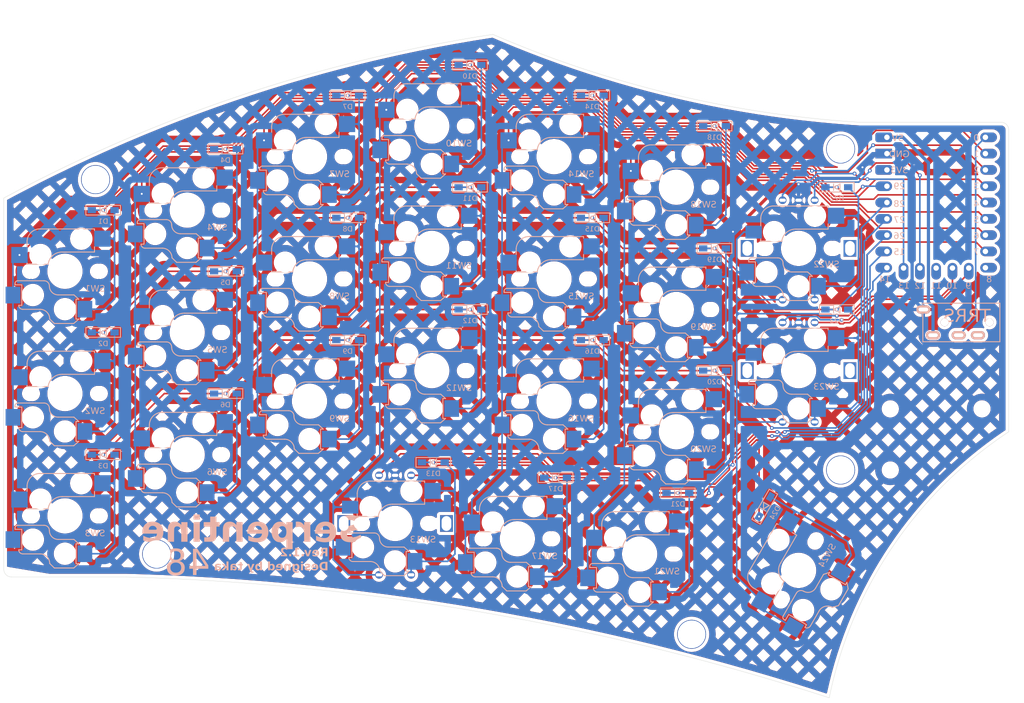
<source format=kicad_pcb>
(kicad_pcb (version 20240108) (generator "pcbnew") (generator_version "8.0")
  (layers (0 "F.Cu" signal) (31 "B.Cu" signal) (34 "B.Paste" user) (35 "F.Paste" user) (36 "B.SilkS" user "B.Silkscreen") (37 "F.SilkS" user "F.Silkscreen") (38 "B.Mask" user) (39 "F.Mask" user) (44 "Edge.Cuts" user))
  (net 0 "")
  (net 1 "Net-(D1-A)")
  (net 2 "Row0")
  (net 3 "Row1")
  (net 4 "Net-(D2-A)")
  (net 5 "Net-(D3-A)")
  (net 6 "Row2")
  (net 7 "Net-(D4-A)")
  (net 8 "Net-(D5-A)")
  (net 9 "Net-(D6-A)")
  (net 10 "Net-(D7-A)")
  (net 11 "Net-(D8-A)")
  (net 12 "Net-(D9-A)")
  (net 13 "Net-(D10-A)")
  (net 14 "Net-(D11-A)")
  (net 15 "Net-(D12-A)")
  (net 16 "Row3")
  (net 17 "Net-(D13-A)")
  (net 18 "Net-(D14-A)")
  (net 19 "Net-(D15-A)")
  (net 20 "Net-(D16-A)")
  (net 21 "Net-(D17-A)")
  (net 22 "Net-(D18-A)")
  (net 23 "Net-(D19-A)")
  (net 24 "Net-(D20-A)")
  (net 25 "Net-(D21-A)")
  (net 26 "Net-(D22-A)")
  (net 27 "Net-(D23-A)")
  (net 28 "Net-(D24-A)")
  (net 30 "+5V")
  (net 31 "DATA_L")
  (net 32 "GND")
  (net 33 "+3V3")
  (net 35 "Col0")
  (net 36 "Col1")
  (net 37 "Col2")
  (net 38 "Col3")
  (net 39 "Col4")
  (net 40 "Col5")
  (net 41 "Col6")
  (net 42 "RE3B")
  (net 43 "RE3A")
  (net 45 "RE1B")
  (net 46 "RE1A")
  (net 47 "RE2A")
  (net 48 "RE2B")
  (footprint "kbd_Parts:Diode_SMD" (layer "F.Cu") (at 157.75766 54.768586)
    (property "Reference" "D18")
    (property "Value" "D" (hide yes))
  )
  (footprint "kbd_Parts:Diode_SMD" (layer "F.Cu") (at 157.757657 73.818584)
    (property "Reference" "D19")
    (property "Value" "D" (hide yes))
  )
  (footprint "taka_lib:Kailh FullPOM MX_Hotswap" (layer "F.Cu") (at 132.754535 97.631087)
    (property "Reference" "SW16" (hide yes))
    (property "Value" "SW_Push" (hide yes))
  )
  (footprint "kbd_Parts:Diode_SMD" (layer "F.Cu") (at 176.807656 64.293587)
    (property "Reference" "D22")
    (property "Value" "D" (hide yes))
  )
  (footprint "kbd_Parts:Diode_SMD" (layer "F.Cu") (at 119.657659 45.243583)
    (property "Reference" "D10")
    (property "Value" "D" (hide yes))
  )
  (footprint "kbd_Parts:Diode_SMD" (layer "F.Cu") (at 132.992658 109.537336)
    (property "Reference" "D17")
    (property "Value" "D" (hide yes))
  )
  (footprint "taka_lib:Kailh FullPOM MX_Hotswap_RE" (layer "F.Cu") (at 170.854534 73.818587)
    (property "Reference" "SW22" (hide yes))
    (property "Value" "RotaryEncoder_Switch" (hide yes))
  )
  (footprint "kbd_Parts:Diode_SMD" (layer "F.Cu") (at 138.70766 69.056084)
    (property "Reference" "D15")
    (property "Value" "D" (hide yes))
  )
  (footprint "taka_lib:Kailh FullPOM MX_Hotswap_RE" (layer "F.Cu") (at 107.989532 116.681088)
    (property "Reference" "SW13" (hide yes))
    (property "Value" "RotaryEncoder_Switch" (hide yes))
  )
  (footprint "kbd_Parts:Diode_SMD" (layer "F.Cu") (at 176.807657 83.343585)
    (property "Reference" "D23")
    (property "Value" "D" (hide yes))
  )
  (footprint "taka_lib:Kailh FullPOM MX_Hotswap" (layer "F.Cu") (at 94.654531 59.531083)
    (property "Reference" "SW7" (hide yes))
    (property "Value" "SW_Push" (hide yes))
  )
  (footprint "taka_lib:Kailh FullPOM MX_Hotswap" (layer "F.Cu") (at 127.039532 119.062338)
    (property "Reference" "SW17" (hide yes))
    (property "Value" "SW_Push" (hide yes))
  )
  (footprint "taka_lib:Kailh FullPOM MX_Hotswap" (layer "F.Cu") (at 56.554533 96.440462)
    (property "Reference" "SW2" (hide yes))
    (property "Value" "SW_Push" (hide yes))
  )
  (footprint "taka_lib:Kailh FullPOM MX_Hotswap" (layer "F.Cu") (at 94.654533 97.631086)
    (property "Reference" "SW9" (hide yes))
    (property "Value" "SW_Push" (hide yes))
  )
  (footprint "taka_lib:Kailh FullPOM MX_Hotswap" (layer "F.Cu") (at 56.554533 77.390462)
    (property "Reference" "SW1" (hide yes))
    (property "Value" "SW_Push" (hide yes))
  )
  (footprint "taka_lib:Kailh FullPOM MX_Hotswap" (layer "F.Cu") (at 94.654533 78.581086)
    (property "Reference" "SW8" (hide yes))
    (property "Value" "SW_Push" (hide yes))
  )
  (footprint "kbd_Hole:m2_Spacer_Hole" (layer "F.Cu") (at 177.402977 108.346741)
    (property "Reference" "Ref**" (hide yes))
    (property "Value" "Val**" (hide yes))
  )
  (footprint "taka_lib:Kailh FullPOM MX_Hotswap" (layer "F.Cu") (at 170.854535 123.983585 60)
    (property "Reference" "SW24" (hide yes))
    (property "Value" "SW_Push" (hide yes))
  )
  (footprint "kbd_Parts:Diode_SMD" (layer "F.Cu") (at 62.507659 86.915461)
    (property "Reference" "D2")
    (property "Value" "D" (hide yes))
  )
  (footprint "taka_lib:Kailh FullPOM MX_Hotswap" (layer "F.Cu") (at 56.554533 115.490458)
    (property "Reference" "SW3" (hide yes))
    (property "Value" "SW_Push" (hide yes))
  )
  (footprint "taka_lib:Kailh FullPOM MX_Hotswap" (layer "F.Cu") (at 113.704532 54.768582)
    (property "Reference" "SW10" (hide yes))
    (property "Value" "SW_Push" (hide yes))
  )
  (footprint "taka_lib:Kailh FullPOM MX_Hotswap_RE" (layer "F.Cu") (at 170.854534 92.868587)
    (property "Reference" "SW23" (hide yes))
    (property "Value" "RotaryEncoder_Switch" (hide yes))
  )
  (footprint "taka_lib:RP2040 Zero" (layer "F.Cu") (at 192.285782 66.674882)
    (property "Reference" "U1" (hide yes))
    (property "Value" "RP2040-Zero")
  )
  (footprint "taka_lib:Kailh FullPOM MX_Hotswap" (layer "F.Cu") (at 113.704532 73.818584)
    (property "Reference" "SW11" (hide yes))
    (property "Value" "SW_Push" (hide yes))
  )
  (footprint "taka_lib:Kailh FullPOM MX_Hotswap" (layer "F.Cu") (at 132.754532 78.581087)
    (property "Reference" "SW15" (hide yes))
    (property "Value" "SW_Push" (hide yes))
  )
  (footprint "kbd_Hole:m2_Spacer_Hole" (layer "F.Cu") (at 154.185901 133.945246)
    (property "Reference" "Ref**" (hide yes))
    (property "Value" "Val**" (hide yes))
  )
  (footprint "kbd_Parts:Diode_SMD" (layer "F.Cu") (at 119.657659 64.293585)
    (property "Reference" "D11")
    (property "Value" "D" (hide yes))
  )
  (footprint "kbd_Hole:m2_Screw_Hole" (layer "F.Cu") (at 185.142032 108.346784 180)
    (property "Reference" "Ref**" (hide yes))
    (property "Value" "Val**" (hide yes))
  )
  (footprint "kbd_Parts:Diode_SMD" (layer "F.Cu") (at 100.607659 69.056085)
    (property "Reference" "D8")
    (property "Value" "D" (hide yes))
  )
  (footprint "kbd_Parts:Diode_SMD" (layer "F.Cu") (at 100.607659 88.106085)
    (property "Reference" "D9")
    (property "Value" "D" (hide yes))
  )
  (footprint "taka_lib:Kailh FullPOM MX_Hotswap" (layer "F.Cu") (at 151.804533 64.293583)
    (property "Reference" "SW18" (hide yes))
    (property "Value" "SW_Push" (hide yes))
  )
  (footprint "taka_lib:Kailh FullPOM MX_Hotswap" (layer "F.Cu") (at 132.754532 59.531084)
    (property "Reference" "SW14" (hide yes))
    (property "Value" "SW_Push" (hide yes))
  )
  (footprint "kbd_Hole:m2_Spacer_Hole" (layer "F.Cu") (at 70.842032 121.443586)
    (property "Reference" "Ref**" (hide yes))
    (property "Value" "Val**" (hide yes))
  )
  (footprint "taka_lib:Kailh FullPOM MX_Hotswap" (layer "F.Cu") (at 75.604533 86.915462)
    (property "Reference" "SW5" (hide yes))
    (property "Value" "SW_Push" (hide yes))
  )
  (footprint "kbd_Parts:Diode_SMD" (layer "F.Cu") (at 138.70766 88.106084)
    (property "Reference" "D16")
    (property "Value" "D" (hide yes))
  )
  (footprint "taka_lib:Kailh FullPOM MX_Hotswap" (layer "F.Cu") (at 75.60453 67.865462)
    (property "Reference" "SW4" (hide yes))
    (property "Value" "SW_Push" (hide yes))
  )
  (footprint "taka_lib:Kailh FullPOM MX_Hotswap" (layer "F.Cu") (at 113.704534 92.868588)
    (property "Reference" "SW12" (hide yes))
    (property "Value" "SW_Push" (hide yes))
  )
  (footprint "kbd_Hole:m2_Screw_Hole" (layer "F.Cu") (at 199.429533 98.821709)
    (property "Reference" "Ref**" (hide yes))
    (property "Value" "Val**" (hide yes))
  )
  (footprint "kbd_Parts:Diode_SMD" (layer "F.Cu") (at 113.942658 107.156086)
    (property "Reference" "D13")
    (property "Value" "D" (hide yes))
  )
  (footprint "kbd_Parts:Diode_SMD" (layer "F.Cu") (at 62.507659 67.865461)
    (property "Reference" "D1")
    (property "Value" "D" (hide yes))
  )
  (footprint "kbd_Parts:Diode_SMD" (layer "F.Cu") (at 165.582203 114.065527 60)
    (property "Reference" "D24")
    (property "Value" "D" (hide yes))
  )
  (footprint "taka_lib:Kailh FullPOM MX_Hotswap" (layer "F.Cu") (at 146.089533 121.443587)
    (property "Reference" "SW21" (hide yes))
    (property "Value" "SW_Push" (hide yes))
  )
  (footprint "kbd_Parts:Diode_SMD" (layer "F.Cu") (at 157.75766 92.868586)
    (property "Reference" "D20")
    (property "Value" "D" (hide yes))
  )
  (footprint "taka_lib:Kailh FullPOM MX_Hotswap" (layer "F.Cu") (at 75.604531 105.965463)
    (property "Reference" "SW6" (hide yes))
    (property "Value" "SW_Push" (hide yes))
  )
  (footprint "kbd_Parts:Diode_SMD" (layer "F.Cu") (at 81.557659 77.390461)
    (property "Reference" "D5")
    (property "Value" "D" (hide yes))
  )
  (footprint "kbd_Parts:Diode_SMD" (layer "F.Cu") (at 138.707659 50.006084)
    (property "Reference" "D14")
    (property "Value" "D" (hide yes))
  )
  (footprint "kbd_Parts:Diode_SMD" (layer "F.Cu") (at 62.507658 105.965537)
    (property "Reference" "D3")
    (property "Value" "D" (hide yes))
  )
  (footprint "kbd_Parts:Diode_SMD" (layer "F.Cu") (at 152.042658 111.918586)
    (property "Reference" "D21")
    (property "Value" "D" (hide yes))
  )
  (footprint "kbd_Hole:m2_Screw_Hole" (layer "F.Cu") (at 185.142033 98.821711)
    (property "Reference" "Ref**" (hide yes))
    (property "Value" "Val**" (hide yes))
  )
  (footprint "kbd_Parts:Diode_SMD" (layer "F.Cu") (at 119.65766 83.343584)
    (property "Reference" "D12")
    (property "Value" "D" (hide yes))
  )
  (footprint "kbd_Parts:Diode_SMD" (layer "F.Cu") (at 81.557659 58.340461)
    (property "Reference" "D4")
    (property "Value" "D" (hide yes))
  )
  (footprint "taka_lib:Kailh FullPOM MX_Hotswap" (layer "F.Cu") (at 151.804534 102.393587)
    (property "Reference" "SW20" (hide yes))
    (property "Value" "SW_Push" (hide yes))
  )
  (footprint "kbd_Parts:Diode_SMD" (layer "F.Cu") (at 81.557659 96.440461)
    (property "Reference" "D6")
    (property "Value" "D" (hide yes))
  )
  (footprint "taka_lib:Kailh FullPOM MX_Hotswap" (layer "F.Cu") (at 151.804534 83.343587)
    (property "Reference" "SW19" (hide yes))
    (property "Value" "SW_Push" (hide yes))
  )
  (footprint "kbd_Parts:Diode_SMD" (layer "F.Cu") (at 100.607659 50.006085)
    (property "Reference" "D7")
    (property "Value" "D" (hide yes))
  )
  (footprint "kbd_Hole:m2_Spacer_Hole" (layer "F.Cu") (at 177.402977 58.340462)
    (property "Reference" "Ref**" (hide yes))
    (property "Value" "Val**" (hide yes))
  )
  (footprint "kbd_Hole:m2_Spacer_Hole" (layer "F.Cu") (at 61.317034 63.102962)
    (property "Reference" "Ref**" (hide yes))
    (property "Value" "Val**" (hide yes))
  )
  (footprint "taka_lib:TRRS_MJ-4PP-9_1" (layer "B.Cu") (at 196.096748 85.343585 90)
    (property "Reference" "JACK1")
    (property "Value" "MJ-4PP-9" (hide yes))
  )
  (gr_arc (start 175.629008 143.84158) (mid 185.490629 120.336065) (end 203.596749 102.393679) (stroke (width 0.05)) (layer "Edge.Cuts"))
  (gr_arc (start 66.079534 125.015462) (mid 121.528535 130.504966) (end 175.629008 143.84158) (stroke (width 0.05)) (layer "Edge.Cuts"))
  (gr_line (start 180.379539 54.173255) (end 202.406128 54.173315) (stroke (width 0.05)) (layer "Edge.Cuts"))
  (gr_arc (start 48.220158 125.015462) (mid 47.378262 124.666733) (end 47.029533 123.824837) (stroke (width 0.05)) (layer "Edge.Cuts"))
  (gr_line (start 48.220158 125.015462) (end 66.079533 125.015462) (stroke (width 0.05)) (layer "Edge.Cuts"))
  (gr_line (start 47.029533 123.824837) (end 47.029533 65.976395) (stroke (width 0.05)) (layer "Edge.Cuts"))
  (gr_line (start 203.596779 102.39368) (end 203.596749 55.363941) (stroke (width 0.05)) (layer "Edge.Cuts"))
  (gr_arc (start 180.379541 54.173335) (mid 151.211447 49.80291) (end 123.229627 40.481106) (stroke (width 0.05)) (layer "Edge.Cuts"))
  (gr_arc (start 47.029533 65.976395) (mid 84.036383 49.961551) (end 123.229532 40.481084) (stroke (width 0.05)) (layer "Edge.Cuts"))
  (gr_arc (start 202.406128 54.173315) (mid 203.248016 54.522067) (end 203.596749 55.363941) (stroke (width 0.05)) (layer "Edge.Cuts"))
  (gr_text "14" (at 184.285782 78.674882 0) (layer "B.SilkS") (effects (font (size 1 1)) (justify mirror)))
  (gr_text "Rev.1.2\nDesigned by taka" (at 97.619278 124.196426 0) (layer "B.SilkS") (effects (font (size 1.3 1.3) (thickness 0.25) (bold yes)) (justify left bottom mirror)))
  (gr_text "48" (at 79.164575 125.387052 0) (layer "B.SilkS") (effects (font (size 4 4)) (justify left bottom mirror)))
  (gr_text "Serpentine" (at 85.713018 117.871712 0) (layer "B.SilkS") (effects (font (size 4 4) (thickness 0.3) (bold yes)) (justify mirror)))
  (gr_text "15" (at 186.535782 74.424882 0) (layer "B.SilkS") (effects (font (size 1 1)) (justify mirror)))
  (gr_text "26" (at 186.535782 71.924882 0) (layer "B.SilkS") (effects (font (size 1 1)) (justify mirror)))
  (segment (start 64.282659 81.706711) (end 62.698908 83.290461) (width 0.25) (layer "B.Cu") (net 1))
  (segment (start 62.698908 83.290461) (end 59.654533 83.290462) (width 0.25) (layer "B.Cu") (net 1))
  (segment (start 64.282659 71.873831) (end 64.282659 72.766799) (width 0.25) (layer "B.Cu") (net 1))
  (segment (start 64.282659 72.766799) (end 64.282659 81.706711) (width 0.25) (layer "B.Cu") (net 1))
  (segment (start 62.396533 72.310462) (end 63.846029 72.310462) (width 0.25) (layer "B.Cu") (net 1))
  (segment (start 64.282659 67.865461) (end 64.282659 71.873831) (width 0.25) (layer "B.Cu") (net 1))
  (segment (start 62.396533 72.310462) (end 63.826321 72.310462) (width 0.25) (layer "B.Cu") (net 1))
  (arc (start 63.826321 72.310462) (mid 64.149 72.44412) (end 64.282659 72.766799) (width 0.25) (layer "B.Cu") (net 1))
  (arc (start 63.846029 72.310462) (mid 64.154773 72.182575) (end 64.282659 71.873831) (width 0.25) (layer "B.Cu") (net 1))
  (segment (start 173.061674 60.958537) (end 163.94761 60.958537) (width 0.25) (layer "F.Cu") (net 2))
  (segment (start 163.94761 60.958537) (end 157.757659 54.768586) (width 0.25) (layer "F.Cu") (net 2))
  (segment (start 62.507659 67.865461) (end 72.032659 58.340461) (width 0.25) (layer "F.Cu") (net 2))
  (segment (start 176.807656 64.293587) (end 175.616893 64.293587) (width 0.25) (layer "F.Cu") (net 2))
  (segment (start 82.857234 58.149345) (end 91.000493 50.006086) (width 0.25) (layer "F.Cu") (net 2))
  (segment (start 180.854436 64.200549) (end 179.798005 65.25698) (width 0.25) (layer "F.Cu") (net 2))
  (segment (start 110.009554 45.243586) (end 119.657659 45.243586) (width 0.25) (layer "F.Cu") (net 2))
  (segment (start 138.707659 50.006086) (end 143.470159 54.768586) (width 0.25) (layer "F.Cu") (net 2))
  (segment (start 91.000493 50.006086) (end 100.607659 50.006086) (width 0.25) (layer "F.Cu") (net 2))
  (segment (start 143.470159 54.768586) (end 157.757659 54.768586) (width 0.25) (layer "F.Cu") (net 2))
  (segment (start 173.56284 61.459703) (end 173.061674 60.958537) (width 0.25) (layer "F.Cu") (net 2))
  (segment (start 105.247054 50.006086) (end 110.009554 45.243586) (width 0.25) (layer "F.Cu") (net 2))
  (segment (start 173.56284 62.239534) (end 173.56284 61.459703) (width 0.25) (layer "F.Cu") (net 2))
  (segment (start 72.032659 58.340461) (end 81.557659 58.340461) (width 0.25) (layer "F.Cu") (net 2))
  (segment (start 81.748775 58.149345) (end 82.857234 58.149345) (width 0.25) (layer "F.Cu") (net 2))
  (segment (start 124.420159 50.006086) (end 138.707659 50.006086) (width 0.25) (layer "F.Cu") (net 2))
  (segment (start 119.657659 45.243586) (end 124.420159 50.006086) (width 0.25) (layer "F.Cu") (net 2))
  (segment (start 175.616893 64.293587) (end 173.56284 62.239534) (width 0.25) (layer "F.Cu") (net 2))
  (segment (start 177.771049 65.25698) (end 176.807656 64.293587) (width 0.25) (layer "F.Cu") (net 2))
  (segment (start 100.607659 50.006086) (end 105.247054 50.006086) (width 0.25) (layer "F.Cu") (net 2))
  (segment (start 179.798005 65.25698) (end 177.771049 65.25698) (width 0.25) (layer "F.Cu") (net 2))
  (segment (start 81.557659 58.340461) (end 81.748775 58.149345) (width 0.25) (layer "F.Cu") (net 2))
  (via (at 100.607659 50.006086) (size 0.6) (drill 0.3) (layers "F.Cu" "B.Cu") (net 2))
  (via (at 62.507659 67.865461) (size 0.6) (drill 0.3) (layers "F.Cu" "B.Cu") (net 2))
  (via (at 157.757659 54.768586) (size 0.6) (drill 0.3) (layers "F.Cu" "B.Cu") (net 2))
  (via (at 176.807656 64.293587) (size 0.6) (drill 0.3) (layers "F.Cu" "B.Cu") (net 2))
  (via (at 119.657659 45.243586) (size 0.6) (drill 0.3) (layers "F.Cu" "B.Cu") (net 2))
  (via (at 138.707659 50.006086) (size 0.6) (drill 0.3) (layers "F.Cu" "B.Cu") (net 2))
  (via (at 81.557659 58.340461) (size 0.6) (drill 0.3) (layers "F.Cu" "B.Cu") (net 2))
  (via (at 180.854436 64.200549) (size 0.6) (drill 0.3) (layers "F.Cu" "B.Cu") (net 2))
  (segment (start 119.657659 45.243586) (end 117.882662 45.243586) (width 0.25) (layer "B.Cu") (net 2))
  (segment (start 60.732659 67.865461) (end 62.507659 67.865461) (width 0.25) (layer "B.Cu") (net 2))
  (segment (start 81.557659 58.340461) (end 79.782659 58.340461) (width 0.25) (layer "B.Cu") (net 2))
  (segment (start 138.707659 50.006086) (end 136.932661 50.006086) (width 0.25) (layer "B.Cu") (net 2))
  (segment (start 180.920103 64.134882) (end 184.615782 64.134882) (width 0.25) (layer "B.Cu") (net 2))
  (segment (start 176.807656 64.293587) (end 175.032658 64.293587) (width 0.25) (layer "B.Cu") (net 2))
  (segment (start 157.757659 54.768586) (end 155.98266 54.768586) (width 0.25) (layer "B.Cu") (net 2))
  (segment (start 100.607659 50.006086) (end 98.83266 50.006086) (width 0.25) (layer "B.Cu") (net 2))
  (segment (start 180.854436 64.200549) (end 180.920103 64.134882) (width 0.25) (layer "B.Cu") (net 2))
  (segment (start 143.470159 73.818586) (end 157.757659 73.818586) (width 0.25) (layer "F.Cu") (net 3))
  (segment (start 167.282676 83.343603) (end 157.757659 73.818586) (width 0.25) (layer "F.Cu") (net 3))
  (segment (start 119.657659 64.293586) (end 124.420159 69.056086) (width 0.25) (layer "F.Cu") (net 3))
  (segment (start 176.80766 83.343585) (end 176.807642 83.343603) (width 0.25) (layer "F.Cu") (net 3))
  (segment (start 176.807642 83.343603) (end 167.282676 83.343603) (width 0.25) (layer "F.Cu") (net 3))
  (segment (start 62.507659 86.915461) (end 72.032659 77.390461) (width 0.25) (layer "F.Cu") (net 3))
  (segment (start 124.420159 69.056086) (end 138.707659 69.056086) (width 0.25) (layer "F.Cu") (net 3))
  (segment (start 100.607659 69.056086) (end 105.370159 64.293586) (width 0.25) (layer "F.Cu") (net 3))
  (segment (start 105.370159 64.293586) (end 119.657659 64.293586) (width 0.25) (layer "F.Cu") (net 3))
  (segment (start 89.892034 69.056086) (end 100.607659 69.056086) (width 0.25) (layer "F.Cu") (net 3))
  (segment (start 72.032659 77.390461) (end 81.557659 77.390461) (width 0.25) (layer "F.Cu") (net 3))
  (segment (start 138.707659 69.056086) (end 143.470159 73.818586) (width 0.25) (layer "F.Cu") (net 3))
  (segment (start 81.557659 77.390461) (end 89.892034 69.056086) (width 0.25) (layer "F.Cu") (net 3))
  (via (at 100.607659 69.056086) (size 0.6) (drill 0.3) (layers "F.Cu" "B.Cu") (net 3))
  (via (at 81.557659 77.390461) (size 0.6) (drill 0.3) (layers "F.Cu" "B.Cu") (net 3))
  (via (at 176.80766 83.343585) (size 0.6) (drill 0.3) (layers "F.Cu" "B.Cu") (net 3))
  (via (at 119.657659 64.293586) (size 0.6) (drill 0.3) (layers "F.Cu" "B.Cu") (net 3))
  (via (at 138.707659 69.056086) (size 0.6) (drill 0.3) (layers "F.Cu" "B.Cu") (net 3))
  (via (at 62.507659 86.915461) (size 0.6) (drill 0.3) (layers "F.Cu" "B.Cu") (net 3))
  (via (at 157.757659 73.818586) (size 0.6) (drill 0.3) (layers "F.Cu" "B.Cu") (net 3))
  (segment (start 176.80766 83.343585) (end 175.032657 83.343585) (width 0.25) (layer "B.Cu") (net 3))
  (segment (start 176.80766 83.343585) (end 180.629534 79.521711) (width 0.25) (layer "B.Cu") (net 3))
  (segment (start 180.629534 70.63085) (end 184.585502 66.674882) (width 0.25) (layer "B.Cu") (net 3))
  (segment (start 60.732659 86.915461) (end 62.507659 86.915461) (width 0.25) (layer "B.Cu") (net 3))
  (segment (start 157.757659 73.818586) (end 155.98266 73.818586) (width 0.25) (layer "B.Cu") (net 3))
  (segment (start 138.707659 69.056086) (end 136.932661 69.056086) (width 0.25) (layer "B.Cu") (net 3))
  (segment (start 119.657659 64.293586) (end 117.882662 64.293586) (width 0.25) (layer "B.Cu") (net 3))
  (segment (start 180.629534 79.521711) (end 180.629534 70.63085) (width 0.25) (layer "B.Cu") (net 3))
  (segment (start 100.607659 69.056086) (end 98.83266 69.056086) (width 0.25) (layer "B.Cu") (net 3))
  (segment (start 81.557659 77.390461) (end 79.782659 77.390461) (width 0.25) (layer "B.Cu") (net 3))
  (segment (start 62.396533 91.360462) (end 63.846029 91.360462) (width 0.25) (layer "B.Cu") (net 4))
  (segment (start 62.698908 102.340462) (end 59.654533 102.340462) (width 0.25) (layer "B.Cu") (net 4))
  (segment (start 64.282659 90.923831) (end 64.282659 91.816799) (width 0.25) (layer "B.Cu") (net 4))
  (segment (start 62.396533 91.360462) (end 63.826322 91.360462) (width 0.25) (layer "B.Cu") (net 4))
  (segment (start 64.282659 100.756711) (end 62.698908 102.340462) (width 0.25) (layer "B.Cu") (net 4))
  (segment (start 64.282659 91.816799) (end 64.282659 100.756711) (width 0.25) (layer "B.Cu") (net 4))
  (segment (start 64.282659 86.915461) (end 64.282659 90.923831) (width 0.25) (layer "B.Cu") (net 4))
  (arc (start 63.826322 91.360462) (mid 64.149 91.49412) (end 64.282659 91.816799) (width 0.25) (layer "B.Cu") (net 4))
  (arc (start 63.846029 91.360462) (mid 64.154773 91.232576) (end 64.282659 90.923831) (width 0.25) (layer "B.Cu") (net 4))
  (segment (start 62.396533 110.410462) (end 63.846029 110.410462) (width 0.25) (layer "B.Cu") (net 5))
  (segment (start 64.282659 110.866799) (end 64.282659 119.806711) (width 0.25) (layer "B.Cu") (net 5))
  (segment (start 62.698908 121.390462) (end 59.654533 121.390462) (width 0.25) (layer "B.Cu") (net 5))
  (segment (start 64.282659 105.965461) (end 64.282659 109.973831) (width 0.25) (layer "B.Cu") (net 5))
  (segment (start 64.282659 109.973831) (end 64.282659 110.866799) (width 0.25) (layer "B.Cu") (net 5))
  (segment (start 62.396533 110.410462) (end 63.826322 110.410462) (width 0.25) (layer "B.Cu") (net 5))
  (segment (start 64.282659 119.806711) (end 62.698908 121.390462) (width 0.25) (layer "B.Cu") (net 5))
  (arc (start 63.826322 110.410462) (mid 64.149001 110.54412) (end 64.282659 110.866799) (width 0.25) (layer "B.Cu") (net 5))
  (arc (start 63.846029 110.410462) (mid 64.154773 110.282576) (end 64.282659 109.973831) (width 0.25) (layer "B.Cu") (net 5))
  (segment (start 89.892033 88.106162) (end 100.607658 88.106162) (width 0.25) (layer "F.Cu") (net 6))
  (segment (start 166.687379 101.798383) (end 157.757658 92.868662) (width 0.25) (layer "F.Cu") (net 6))
  (segment (start 100.607658 88.106162) (end 105.370158 83.343662) (width 0.25) (layer "F.Cu") (net 6))
  (segment (start 119.657658 83.343662) (end 124.420158 88.106162) (width 0.25) (layer "F.Cu") (net 6))
  (segment (start 72.032658 96.440537) (end 81.557658 96.440537) (width 0.25) (layer "F.Cu") (net 6))
  (segment (start 138.707658 88.106162) (end 143.470158 92.868662) (width 0.25) (layer "F.Cu") (net 6))
  (segment (start 143.470158 92.868662) (end 157.757658 92.868662) (width 0.25) (layer "F.Cu") (net 6))
  (segment (start 62.507658 105.965537) (end 72.032658 96.440537) (width 0.25) (layer "F.Cu") (net 6))
  (segment (start 105.370158 83.343662) (end 119.657658 83.343662) (width 0.25) (layer "F.Cu") (net 6))
  (segment (start 81.557658 96.440537) (end 89.892033 88.106162) (width 0.25) (layer "F.Cu") (net 6))
  (segment (start 124.420158 88.106162) (end 138.707658 88.106162) (width 0.25) (layer "F.Cu") (net 6))
  (via (at 62.507658 105.965537) (size 0.6) (drill 0.3) (layers "F.Cu" "B.Cu") (net 6))
  (via (at 138.707658 88.106162) (size 0.6) (drill 0.3) (layers "F.Cu" "B.Cu") (net 6))
  (via (at 119.657658 83.343662) (size 0.6) (drill 0.3) (layers "F.Cu" "B.Cu") (net 6))
  (via (at 81.557658 96.440537) (size 0.6) (drill 0.3) (layers "F.Cu" "B.Cu") (net 6))
  (via (at 166.687379 101.798383) (size 0.6) (drill 0.3) (layers "F.Cu" "B.Cu") (net 6))
  (via (at 157.757658 92.868662) (size 0.6) (drill 0.3) (layers "F.Cu" "B.Cu") (net 6))
  (via (at 100.607658 88.106162) (size 0.6) (drill 0.3) (layers "F.Cu" "B.Cu") (net 6))
  (segment (start 119.657658 83.343662) (end 117.882661 83.343662) (width 0.25) (layer "B.Cu") (net 6))
  (segment (start 81.557658 96.440537) (end 79.782658 96.440537) (width 0.25) (layer "B.Cu") (net 6))
  (segment (start 176.659609 101.798383) (end 180.640333 97.817659) (width 0.25) (layer "B.Cu") (net 6))
  (segment (start 181.079534 79.708107) (end 181.079534 72.72085) (width 0.25) (layer "B.Cu") (net 6))
  (segment (start 166.687379 101.798383) (end 176.659609 101.798383) (width 0.25) (layer "B.Cu") (net 6))
  (segment (start 138.707658 88.106162) (end 136.93266 88.106162) (width 0.25) (layer "B.Cu") (net 6))
  (segment (start 180.640333 97.817659) (end 180.640333 80.147308) (width 0.25) (layer "B.Cu") (net 6))
  (segment (start 181.079534 72.72085) (end 184.585502 69.214882) (width 0.25) (layer "B.Cu") (net 6))
  (segment (start 60.732658 105.965537) (end 62.507658 105.965537) (width 0.25) (layer "B.Cu") (net 6))
  (segment (start 157.757658 92.868662) (end 155.982659 92.868662) (width 0.25) (layer "B.Cu") (net 6))
  (segment (start 180.640333 80.147308) (end 181.079534 79.708107) (width 0.25) (layer "B.Cu") (net 6))
  (segment (start 100.607658 88.106162) (end 98.832659 88.106162) (width 0.25) (layer "B.Cu") (net 6))
  (segment (start 83.332659 72.181711) (end 81.748908 73.765461) (width 0.25) (layer "B.Cu") (net 7))
  (segment (start 83.332659 62.348831) (end 83.332659 63.241799) (width 0.25) (layer "B.Cu") (net 7))
  (segment (start 83.332659 63.241799) (end 83.332659 72.181711) (width 0.25) (layer "B.Cu") (net 7))
  (segment (start 83.332659 58.340461) (end 83.332659 62.348831) (width 0.25) (layer "B.Cu") (net 7))
  (segment (start 81.446533 62.785462) (end 82.896029 62.785462) (width 0.25) (layer "B.Cu") (net 7))
  (segment (start 81.446533 62.785462) (end 82.876321 62.785462) (width 0.25) (layer "B.Cu") (net 7))
  (segment (start 81.748908 73.765461) (end 78.704533 73.765462) (width 0.25) (layer "B.Cu") (net 7))
  (arc (start 82.896029 62.785462) (mid 83.204774 62.657575) (end 83.332659 62.348831) (width 0.25) (layer "B.Cu") (net 7))
  (arc (start 82.876321 62.785462) (mid 83.199001 62.91912) (end 83.332659 63.241799) (width 0.25) (layer "B.Cu") (net 7))
  (segment (start 81.446533 81.835462) (end 82.896029 81.835462) (width 0.25) (layer "B.Cu") (net 8))
  (segment (start 81.446533 81.835462) (end 82.876321 81.835462) (width 0.25) (layer "B.Cu") (net 8))
  (segment (start 83.332659 82.291799) (end 83.332659 91.231711) (width 0.25) (layer "B.Cu") (net 8))
  (segment (start 81.748908 92.815461) (end 78.704533 92.815462) (width 0.25) (layer "B.Cu") (net 8))
  (segment (start 83.332659 77.390461) (end 83.332659 81.398831) (width 0.25) (layer "B.Cu") (net 8))
  (segment (start 83.332659 81.398831) (end 83.332659 82.291799) (width 0.25) (layer "B.Cu") (net 8))
  (segment (start 83.332659 91.231711) (end 81.748908 92.815461) (width 0.25) (layer "B.Cu") (net 8))
  (arc (start 82.896029 81.835462) (mid 83.204773 81.707575) (end 83.332659 81.398831) (width 0.25) (layer "B.Cu") (net 8))
  (arc (start 82.876321 81.835462) (mid 83.199001 81.96912) (end 83.332659 82.291799) (width 0.25) (layer "B.Cu") (net 8))
  (segment (start 83.332659 110.281711) (end 81.748908 111.865462) (width 0.25) (layer "B.Cu") (net 9))
  (segment (start 83.332659 100.448831) (end 83.332659 101.341799) (width 0.25) (layer "B.Cu") (net 9))
  (segment (start 83.332659 101.341799) (end 83.332659 110.281711) (width 0.25) (layer "B.Cu") (net 9))
  (segment (start 81.446533 100.885462) (end 82.896029 100.885462) (width 0.25) (layer "B.Cu") (net 9))
  (segment (start 81.446533 100.885462) (end 82.876322 100.885462) (width 0.25) (layer "B.Cu") (net 9))
  (segment (start 81.748908 111.865462) (end 78.704533 111.865462) (width 0.25) (layer "B.Cu") (net 9))
  (segment (start 83.332659 96.440461) (end 83.332659 100.448831) (width 0.25) (layer "B.Cu") (net 9))
  (arc (start 82.876322 100.885462) (mid 83.199001 101.01912) (end 83.332659 101.341799) (width 0.25) (layer "B.Cu") (net 9))
  (arc (start 82.896029 100.885462) (mid 83.204773 100.757576) (end 83.332659 100.448831) (width 0.25) (layer "B.Cu") (net 9))
  (segment (start 102.382659 54.907425) (end 102.382659 63.847336) (width 0.25) (layer "B.Cu") (net 10))
  (segment (start 102.382659 50.006086) (end 102.382659 54.014457) (width 0.25) (layer "B.Cu") (net 10))
  (segment (start 100.496534 54.451086) (end 101.946028 54.451087) (width 0.25) (layer "B.Cu") (net 10))
  (segment (start 100.798908 65.431088) (end 97.754532 65.431087) (width 0.25) (layer "B.Cu") (net 10))
  (segment (start 102.382659 63.847336) (end 100.798908 65.431088) (width 0.25) (layer "B.Cu") (net 10))
  (segment (start 102.382659 54.014457) (end 102.382659 54.907425) (width 0.25) (layer "B.Cu") (net 10))
  (segment (start 100.496534 54.451086) (end 101.926321 54.451086) (width 0.25) (layer "B.Cu") (net 10))
  (arc (start 101.946028 54.451087) (mid 102.254773 54.323201) (end 102.382659 54.014457) (width 0.25) (layer "B.Cu") (net 10))
  (arc (start 101.926321 54.451086) (mid 102.249001 54.584745) (end 102.382659 54.907425) (width 0.25) (layer "B.Cu") (net 10))
  (segment (start 100.496534 73.501086) (end 101.926321 73.501086) (width 0.25) (layer "B.Cu") (net 11))
  (segment (start 100.496534 73.501086) (end 101.946028 73.501087) (width 0.25) (layer "B.Cu") (net 11))
  (segment (start 100.798908 84.481088) (end 97.754532 84.481087) (width 0.25) (layer "B.Cu") (net 11))
  (segment (start 102.382659 73.064457) (end 102.38266 73.957426) (width 0.25) (layer "B.Cu") (net 11))
  (segment (start 102.38266 73.957426) (end 102.382659 82.897336) (width 0.25) (layer "B.Cu") (net 11))
  (segment (start 102.382659 69.056086) (end 102.382659 73.064457) (width 0.25) (layer "B.Cu") (net 11))
  (segment (start 102.382659 82.897336) (end 100.798908 84.481088) (width 0.25) (layer "B.Cu") (net 11))
  (arc (start 101.926321 73.501086) (mid 102.249001 73.634745) (end 102.38266 73.957426) (width 0.25) (layer "B.Cu") (net 11))
  (arc (start 101.946028 73.501087) (mid 102.254773 73.373201) (end 102.382659 73.064457) (width 0.25) (layer "B.Cu") (net 11))
  (segment (start 102.38266 88.106086) (end 102.38266 92.114458) (width 0.25) (layer "B.Cu") (net 12))
  (segment (start 100.496533 92.551086) (end 101.946028 92.551087) (width 0.25) (layer "B.Cu") (net 12))
  (segment (start 102.38266 92.114458) (end 102.38266 93.007426) (width 0.25) (layer "B.Cu") (net 12))
  (segment (start 102.382659 101.947336) (end 100.798909 103.531087) (width 0.25) (layer "B.Cu") (net 12))
  (segment (start 100.798909 103.531087) (end 97.754532 103.531087) (width 0.25) (layer "B.Cu") (net 12))
  (segment (start 100.496533 92.551086) (end 101.926321 92.551086) (width 0.25) (layer "B.Cu") (net 12))
  (segment (start 102.38266 93.007426) (end 102.382659 101.947336) (width 0.25) (layer "B.Cu") (net 12))
  (arc (start 101.946028 92.551087) (mid 102.254773 92.423201) (end 102.38266 92.114458) (width 0.25) (layer "B.Cu") (net 12))
  (arc (start 101.926321 92.551086) (mid 102.249002 92.684744) (end 102.38266 93.007426) (width 0.25) (layer "B.Cu") (net 12))
  (segment (start 119.546534 49.688586) (end 120.996028 49.688586) (width 0.25) (layer "B.Cu") (net 13))
  (segment (start 121.432659 50.144925) (end 121.432659 59.084837) (width 0.25) (layer "B.Cu") (net 13))
  (segment (start 121.432659 59.084837) (end 119.848908 60.668588) (width 0.25) (layer "B.Cu") (net 13))
  (segment (start 121.43266 45.243586) (end 121.432659 49.251957) (width 0.25) (layer "B.Cu") (net 13))
  (segment (start 119.848908 60.668588) (end 116.804532 60.668587) (width 0.25) (layer "B.Cu") (net 13))
  (segment (start 119.546534 49.688586) (end 120.976321 49.688586) (width 0.25) (layer "B.Cu") (net 13))
  (segment (start 121.432659 49.251957) (end 121.432659 50.144925) (width 0.25) (layer "B.Cu") (net 13))
  (arc (start 120.976321 49.688586) (mid 121.299001 49.822245) (end 121.432659 50.144925) (width 0.25) (layer "B.Cu") (net 13))
  (arc (start 120.996028 49.688586) (mid 121.304773 49.560702) (end 121.432659 49.251957) (width 0.25) (layer "B.Cu") (net 13))
  (segment (start 121.432659 68.301957) (end 121.432659 69.194925) (width 0.25) (layer "B.Cu") (net 14))
  (segment (start 119.848909 79.718587) (end 116.804532 79.718587) (width 0.25) (layer "B.Cu") (net 14))
  (segment (start 119.546533 68.738586) (end 120.996028 68.738587) (width 0.25) (layer "B.Cu") (net 14))
  (segment (start 121.432659 69.194925) (end 121.432659 78.134837) (width 0.25) (layer "B.Cu") (net 14))
  (segment (start 121.43266 64.293586) (end 121.432659 68.301957) (width 0.25) (layer "B.Cu") (net 14))
  (segment (start 119.546533 68.738586) (end 120.976321 68.738586) (width 0.25) (layer "B.Cu") (net 14))
  (segment (start 121.432659 78.134837) (end 119.848909 79.718587) (width 0.25) (layer "B.Cu") (net 14))
  (arc (start 120.996028 68.738587) (mid 121.304773 68.610702) (end 121.432659 68.301957) (width 0.25) (layer "B.Cu") (net 14))
  (arc (start 120.976321 68.738586) (mid 121.299001 68.872245) (end 121.432659 69.194925) (width 0.25) (layer "B.Cu") (net 14))
  (segment (start 119.546533 87.788586) (end 120.996028 87.788587) (width 0.25) (layer "B.Cu") (net 15))
  (segment (start 121.43266 87.351958) (end 121.43266 88.244926) (width 0.25) (layer "B.Cu") (net 15))
  (segment (start 121.43266 88.244926) (end 121.43266 97.184836) (width 0.25) (layer "B.Cu") (net 15))
  (segment (start 121.43266 97.184836) (end 119.848909 98.768587) (width 0.25) (layer "B.Cu") (net 15))
  (segment (start 121.432658 83.343585) (end 121.43266 87.351958) (width 0.25) (layer "B.Cu") (net 15))
  (segment (start 119.848909 98.768587) (end 116.804533 98.768587) (width 0.25) (layer "B.Cu") (net 15))
  (segment (start 119.546533 87.788586) (end 120.976321 87.788586) (width 0.25) (layer "B.Cu") (net 15))
  (arc (start 120.996028 87.788587) (mid 121.304773 87.660702) (end 121.43266 87.351958) (width 0.25) (layer "B.Cu") (net 15))
  (arc (start 120.976321 87.788586) (mid 121.299002 87.922244) (end 121.43266 88.244926) (width 0.25) (layer "B.Cu") (net 15))
  (segment (start 161.20766 107.274784) (end 161.20766 107.792552) (width 0.25) (layer "F.Cu") (net 16))
  (segment (start 161.03266 107.099784) (end 161.20766 107.274784) (width 0.25) (layer "F.Cu") (net 16))
  (segment (start 164.830807 103.673383) (end 164.288962 103.673383) (width 0.25) (layer "F.Cu") (net 16))
  (segment (start 158.01191 110.988302) (end 156.951251 110.988302) (width 0.25) (layer "F.Cu") (net 16))
  (segment (start 149.055159 111.918586) (end 152.042658 111.918586) (width 0.25) (layer "F.Cu") (net 16))
  (segment (start 113.942658 107.156086) (end 129.887575 107.156086) (width 0.25) (layer "F.Cu") (net 16))
  (segment (start 165.200732 103.673383) (end 165.426119 103.673383) (width 0.25) (layer "F.Cu") (net 16))
  (segment (start 132.268825 109.537336) (end 132.992658 109.537336) (width 0.25) (layer "F.Cu") (net 16))
  (segment (start 129.887575 107.156086) (end 132.268825 109.537336) (width 0.25) (layer "F.Cu") (net 16))
  (segment (start 164.288962 103.673383) (end 161.03266 106.929685) (width 0.25) (layer "F.Cu") (net 16))
  (segment (start 164.694703 115.602722) (end 164.694703 104.179412) (width 0.25) (layer "F.Cu") (net 16))
  (segment (start 161.20766 107.792552) (end 158.01191 110.988302) (width 0.25) (layer "F.Cu") (net 16))
  (segment (start 164.694703 104.179412) (end 164.694703 104.079124) (width 0.25) (layer "F.Cu") (net 16))
  (segment (start 161.03266 106.929685) (end 161.03266 107.099784) (width 0.25) (layer "F.Cu") (net 16))
  (segment (start 146.673909 109.537336) (end 149.055159 111.918586) (width 0.25) (layer "F.Cu") (net 16))
  (segment (start 156.020967 111.918586) (end 152.042658 111.918586) (width 0.25) (layer "F.Cu") (net 16))
  (segment (start 168.700606 102.423383) (end 168.393864 102.423383) (width 0.25) (layer "F.Cu") (net 16))
  (segment (start 132.992658 109.537336) (end 146.673909 109.537336) (width 0.25) (layer "F.Cu") (net 16))
  (segment (start 167.143864 103.673383) (end 165.426119 103.673383) (width 0.25) (layer "F.Cu") (net 16))
  (segment (start 156.951251 110.988302) (end 156.020967 111.918586) (width 0.25) (layer "F.Cu") (net 16))
  (segment (start 164.694703 103.809487) (end 164.830807 103.673383) (width 0.25) (layer "F.Cu") (net 16))
  (segment (start 165.426119 103.673383) (end 164.830807 103.673383) (width 0.25) (layer "F.Cu") (net 16))
  (segment (start 164.694703 104.179412) (end 164.694703 103.809487) (width 0.25) (layer "F.Cu") (net 16))
  (segment (start 168.393864 102.423383) (end 167.143864 103.673383) (width 0.25) (layer "F.Cu") (net 16))
  (via (at 168.700606 102.423383) (size 0.6) (drill 0.3) (layers "F.Cu" "B.Cu") (net 16))
  (via (at 132.992658 109.537336) (size 0.6) (drill 0.3) (layers "F.Cu" "B.Cu") (net 16))
  (via (at 113.942658 107.156086) (size 0.6) (drill 0.3) (layers "F.Cu" "B.Cu") (net 16))
  (via (at 164.694703 115.602722) (size 0.6) (drill 0.3) (layers "F.Cu" "B.Cu") (net 16))
  (via (at 152.042658 111.918586) (size 0.6) (drill 0.3) (layers "F.Cu" "B.Cu") (net 16))
  (arc (start 164.694703 104.079124) (mid 164.575864 103.792222) (end 164.288962 103.673383) (width 0.25) (layer "F.Cu") (net 16))
  (arc (start 164.694703 104.179412) (mid 164.842915 103.821595) (end 165.200732 103.673383) (width 0.25) (layer "F.Cu") (net 16))
  (segment (start 181.090333 98.004055) (end 181.090333 80.333704) (width 0.25) (layer "B.Cu") (net 16))
  (segment (start 112.167658 107.156086) (end 113.942658 107.156086) (width 0.25) (layer "B.Cu") (net 16))
  (segment (start 168.700606 102.423383) (end 168.875606 102.248383) (width 0.25) (layer "B.Cu") (net 16))
  (segment (start 132.992658 109.537336) (end 131.217658 109.537336) (width 0.25) (layer "B.Cu") (net 16))
  (segment (start 184.585502 71.754882) (end 181.529534 74.81085) (width 0.25) (layer "B.Cu") (net 16))
  (segment (start 181.529534 79.894503) (end 181.529534 74.81085) (width 0.25) (layer "B.Cu") (net 16))
  (segment (start 181.090333 80.333704) (end 181.529534 79.894503) (width 0.25) (layer "B.Cu") (net 16))
  (segment (start 152.042658 111.918586) (end 150.267658 111.918586) (width 0.25) (layer "B.Cu") (net 16))
  (segment (start 176.846005 102.248383) (end 181.090333 98.004055) (width 0.25) (layer "B.Cu") (net 16))
  (segment (start 168.875606 102.248383) (end 176.846005 102.248383) (width 0.25) (layer "B.Cu") (net 16))
  (segment (start 117.314536 108.752964) (end 117.314536 111.025625) (width 0.25) (layer "B.Cu") (net 17))
  (segment (start 116.621425 111.601086) (end 117.036731 111.601086) (width 0.25) (layer "B.Cu") (net 17))
  (segment (start 113.831536 111.601086) (end 116.621425 111.601086) (width 0.25) (layer "B.Cu") (net 17))
  (segment (start 117.314536 112.216249) (end 117.314536 121.443767) (width 0.25) (layer "B.Cu") (net 17))
  (segment (start 117.314536 111.918759) (end 117.314536 112.216249) (width 0.25) (layer "B.Cu") (net 17))
  (segment (start 111.089536 122.581086) (end 116.177217 122.581086) (width 0.25) (layer "B.Cu") (net 17))
  (segment (start 116.621425 111.601086) (end 116.996863 111.601086) (width 0.25) (layer "B.Cu") (net 17))
  (segment (start 116.621425 111.601086) (end 116.699373 111.601086) (width 0.25) (layer "B.Cu") (net 17))
  (segment (start 115.717658 107.156086) (end 117.314536 108.752964) (width 0.25) (layer "B.Cu") (net 17))
  (segment (start 116.621425 111.601086) (end 116.739075 111.601086) (width 0.25) (layer "B.Cu") (net 17))
  (segment (start 116.177217 122.581086) (end 117.314536 121.443767) (width 0.25) (layer "B.Cu") (net 17))
  (segment (start 110.489537 124.681086) (end 110.489537 123.181085) (width 0.25) (layer "B.Cu") (net 17))
  (segment (start 117.314536 111.323281) (end 117.314536 111.918759) (width 0.25) (layer "B.Cu") (net 17))
  (segment (start 117.314536 111.025625) (end 117.314536 111.323281) (width 0.25) (layer "B.Cu") (net 17))
  (arc (start 117.036731 111.601086) (mid 117.233169 111.519719) (end 117.314536 111.323281) (width 0.25) (layer "B.Cu") (net 17))
  (arc (start 116.739075 111.601086) (mid 117.145987 111.432537) (end 117.314536 111.025625) (width 0.25) (layer "B.Cu") (net 17))
  (arc (start 116.996863 111.601086) (mid 117.221492 111.69413) (end 117.314536 111.918759) (width 0.25) (layer "B.Cu") (net 17))
  (arc (start 116.699373 111.601086) (mid 117.134359 111.781263) (end 117.314536 112.216249) (width 0.25) (layer "B.Cu") (net 17))
  (segment (start 140.48266 50.006086) (end 140.482659 54.014457) (width 0.25) (layer "B.Cu") (net 18))
  (segment (start 138.596533 54.451086) (end 140.046028 54.451086) (width 0.25) (layer "B.Cu") (net 18))
  (segment (start 140.48266 63.847336) (end 138.898908 65.431087) (width 0.25) (layer "B.Cu") (net 18))
  (segment (start 140.482659 54.907425) (end 140.48266 63.847336) (width 0.25) (layer "B.Cu") (net 18))
  (segment (start 138.596533 54.451086) (end 140.026321 54.451086) (width 0.25) (layer "B.Cu") (net 18))
  (segment (start 138.898908 65.431087) (end 135.854533 65.431087) (width 0.25) (layer "B.Cu") (net 18))
  (segment (start 140.482659 54.014457) (end 140.482659 54.907425) (width 0.25) (layer "B.Cu") (net 18))
  (arc (start 140.026321 54.451086) (mid 140.349001 54.584745) (end 140.482659 54.907425) (width 0.25) (layer "B.Cu") (net 18))
  (arc (start 140.046028 54.451086) (mid 140.354772 54.323201) (end 140.482659 54.014457) (width 0.25) (layer "B.Cu") (net 18))
  (segment (start 140.482659 73.064457) (end 140.482659 73.957425) (width 0.25) (layer "B.Cu") (net 19))
  (segment (start 140.482659 73.957425) (end 140.48266 82.897336) (width 0.25) (layer "B.Cu") (net 19))
  (segment (start 138.596533 73.501086) (end 140.026321 73.501086) (width 0.25) (layer "B.Cu") (net 19))
  (segment (start 140.48266 82.897336) (end 138.898909 84.481087) (width 0.25) (layer "B.Cu") (net 19))
  (segment (start 138.898909 84.481087) (end 135.854533 84.481087) (width 0.25) (layer "B.Cu") (net 19))
  (segment (start 140.48266 69.056086) (end 140.482659 73.064457) (width 0.25) (layer "B.Cu") (net 19))
  (segment (start 138.596533 73.501086) (end 140.046028 73.501087) (width 0.25) (layer "B.Cu") (net 19))
  (arc (start 140.026321 73.501086) (mid 140.349001 73.634745) (end 140.482659 73.957425) (width 0.25) (layer "B.Cu") (net 19))
  (arc (start 140.046028 73.501087) (mid 140.354773 73.373202) (end 140.482659 73.064457) (width 0.25) (layer "B.Cu") (net 19))
  (segment (start 140.48266 101.947336) (end 138.898909 103.531087) (width 0.25) (layer "B.Cu") (net 20))
  (segment (start 140.48266 93.007426) (end 140.48266 101.947336) (width 0.25) (layer "B.Cu") (net 20))
  (segment (start 140.482659 92.114457) (end 140.48266 93.007426) (width 0.25) (layer "B.Cu") (net 20))
  (segment (start 140.482658 88.106085) (end 140.482659 92.114457) (width 0.25) (layer "B.Cu") (net 20))
  (segment (start 138.898909 103.531087) (end 135.854533 103.531087) (width 0.25) (layer "B.Cu") (net 20))
  (segment (start 138.596533 92.551086) (end 140.026321 92.551086) (width 0.25) (layer "B.Cu") (net 20))
  (segment (start 138.596533 92.551086) (end 140.046029 92.551087) (width 0.25) (layer "B.Cu") (net 20))
  (arc (start 140.026321 92.551086) (mid 140.349001 92.684744) (end 140.48266 93.007426) (width 0.25) (layer "B.Cu") (net 20))
  (arc (start 140.046029 92.551087) (mid 140.354774 92.423201) (end 140.482659 92.114457) (width 0.25) (layer "B.Cu") (net 20))
  (segment (start 134.767657 109.537336) (end 134.767658 113.545707) (width 0.25) (layer "B.Cu") (net 21))
  (segment (start 134.767658 114.438675) (end 134.767658 123.378586) (width 0.25) (layer "B.Cu") (net 21))
  (segment (start 134.767658 123.378586) (end 133.183907 124.962337) (width 0.25) (layer "B.Cu") (net 21))
  (segment (start 133.183907 124.962337) (end 130.139532 124.962337) (width 0.25) (layer "B.Cu") (net 21))
  (segment (start 132.881532 113.982337) (end 134.331029 113.982337) (width 0.25) (layer "B.Cu") (net 21))
  (segment (start 134.767658 113.545707) (end 134.767658 114.438675) (width 0.25) (layer "B.Cu") (net 21))
  (segment (start 132.881532 113.982337) (end 134.31132 113.982337) (width 0.25) (layer "B.Cu") (net 21))
  (arc (start 134.31132 113.982337) (mid 134.634 114.115995) (end 134.767658 114.438675) (width 0.25) (layer "B.Cu") (net 21))
  (arc (start 134.331029 113.982337) (mid 134.639771 113.854451) (end 134.767658 113.545707) (width 0.25) (layer "B.Cu") (net 21))
  (segment (start 159.532659 59.669925) (end 159.53266 68.609836) (width 0.25) (layer "B.Cu") (net 22))
  (segment (start 157.646533 59.213586) (end 159.076322 59.213587) (width 0.25) (layer "B.Cu") (net 22))
  (segment (start 157.646533 59.213586) (end 159.096029 59.213586) (width 0.25) (layer "B.Cu") (net 22))
  (segment (start 157.948908 70.193587) (end 154.904533 70.193587) (width 0.25) (layer "B.Cu") (net 22))
  (segment (start 159.53266 54.768586) (end 159.532659 58.776957) (width 0.25) (layer "B.Cu") (net 22))
  (segment (start 159.53266 68.609836) (end 157.948908 70.193587) (width 0.25) (layer "B.Cu") (net 22))
  (segment (start 159.532659 58.776957) (end 159.532659 59.669925) (width 0.25) (layer "B.Cu") (net 22))
  (arc (start 159.096029 59.213586) (mid 159.404773 59.085701) (end 159.532659 58.776957) (width 0.25) (layer "B.Cu") (net 22))
  (arc (start 159.076322 59.213587) (mid 159.399001 59.347245) (end 159.532659 59.669925) (width 0.25) (layer "B.Cu") (net 22))
  (segment (start 157.948909 89.243587) (end 154.904533 89.243587) (width 0.25) (layer "B.Cu") (net 23))
  (segment (start 159.53266 87.659836) (end 157.948909 89.243587) (width 0.25) (layer "B.Cu") (net 23))
  (segment (start 159.532658 73.818585) (end 159.532659 77.826957) (width 0.25) (layer "B.Cu") (net 23))
  (segment (start 157.646533 78.263586) (end 159.096029 78.263587) (width 0.25) (layer "B.Cu") (net 23))
  (segment (start 159.532659 77.826957) (end 159.532659 78.719925) (width 0.25) (layer "B.Cu") (net 23))
  (segment (start 159.532659 78.719925) (end 159.53266 87.659836) (width 0.25) (layer "B.Cu") (net 23))
  (segment (start 157.646533 78.263586) (end 159.076321 78.263586) (width 0.25) (layer "B.Cu") (net 23))
  (arc (start 159.076321 78.263586) (mid 159.399002 78.397244) (end 159.532659 78.719925) (width 0.25) (layer "B.Cu") (net 23))
  (arc (start 159.096029 78.263587) (mid 159.404774 78.135701) (end 159.532659 77.826957) (width 0.25) (layer "B.Cu") (net 23))
  (segment (start 157.646533 97.313586) (end 159.096029 97.313587) (width 0.25) (layer "B.Cu") (net 24))
  (segment (start 159.53266 106.709836) (end 157.948909 108.293587) (width 0.25) (layer "B.Cu") (net 24))
  (segment (start 159.532658 92.868585) (end 159.532659 96.876957) (width 0.25) (layer "B.Cu") (net 24))
  (segment (start 157.948909 108.293587) (end 154.904533 108.293587) (width 0.25) (layer "B.Cu") (net 24))
  (segment (start 159.532659 97.769925) (end 159.53266 106.709836) (width 0.25) (layer "B.Cu") (net 24))
  (segment (start 157.646533 97.313586) (end 159.076321 97.313586) (width 0.25) (layer "B.Cu") (net 24))
  (segment (start 159.532659 96.876957) (end 159.532659 97.769925) (width 0.25) (layer "B.Cu") (net 24))
  (arc (start 159.096029 97.313587) (mid 159.404774 97.185701) (end 159.532659 96.876957) (width 0.25) (layer "B.Cu") (net 24))
  (arc (start 159.076321 97.313586) (mid 159.399001 97.447244) (end 159.532659 97.769925) (width 0.25) (layer "B.Cu") (net 24))
  (segment (start 153.817658 116.819925) (end 153.817658 125.759836) (width 0.25) (layer "B.Cu") (net 25))
  (segment (start 151.931532 116.363587) (end 153.381029 116.363587) (width 0.25) (layer "B.Cu") (net 25))
  (segment (start 153.817658 115.926957) (end 153.817658 116.819925) (width 0.25) (layer "B.Cu") (net 25))
  (segment (start 151.931532 116.363587) (end 153.36132 116.363587) (width 0.25) (layer "B.Cu") (net 25))
  (segment (start 153.817658 125.759836) (end 152.233907 127.343587) (width 0.25) (layer "B.Cu") (net 25))
  (segment (start 153.817658 111.918586) (end 153.817658 115.926957) (width 0.25) (layer "B.Cu") (net 25))
  (segment (start 152.233907 127.343587) (end 149.189532 127.343588) (width 0.25) (layer "B.Cu") (net 25))
  (arc (start 153.36132 116.363587) (mid 153.684 116.497245) (end 153.817658 116.819925) (width 0.25) (layer "B.Cu") (net 25))
  (arc (start 153.381029 116.363587) (mid 153.689772 116.235701) (end 153.817658 115.926957) (width 0.25) (layer "B.Cu") (net 25))
  (segment (start 180.179534 68.460782) (end 180.179534 69.05626) (width 0.25) (layer "B.Cu") (net 26))
  (segment (start 178.582656 64.293587) (end 180.179534 65.890465) (width 0.25) (layer "B.Cu") (net 26))
  (segment (start 180.179534 69.05626) (end 180.179534 69.35375) (width 0.25) (layer "B.Cu") (net 26))
  (segment (start 179.486423 68.738587) (end 179.861861 68.738587) (width 0.25) (layer "B.Cu") (net 26))
  (segment (start 179.486423 68.738587) (end 179.564371 68.738587) (width 0.25) (layer "B.Cu") (net 26))
  (segment (start 173.954534 79.718587) (end 179.042215 79.718587) (width 0.25) (layer "B.Cu") (net 26))
  (segment (start 180.179534 68.163126) (end 180.179534 68.460782) (width 0.25) (layer "B.Cu") (net 26))
  (segment (start 179.486423 68.738587) (end 179.901729 68.738587) (width 0.25) (layer "B.Cu") (net 26))
  (segment (start 180.179534 65.890465) (end 180.179534 68.163126) (width 0.25) (layer "B.Cu") (net 26))
  (segment (start 173.354535 81.818587) (end 173.354535 80.318586) (width 0.25) (layer "B.Cu") (net 26))
  (segment (start 180.179534 69.35375) (end 180.179534 78.581268) (width 0.25) (layer "B.Cu") (net 26))
  (segment (start 176.696534 68.738587) (end 179.486423 68.738587) (width 0.25) (layer "B.Cu") (net 26))
  (segment (start 179.042215 79.718587) (end 180.179534 78.581268) (width 0.25) (layer "B.Cu") (net 26))
  (segment (start 179.486423 68.738587) (end 179.604073 68.738587) (width 0.25) (layer "B.Cu") (net 26))
  (arc (start 179.901729 68.738587) (mid 180.098167 68.65722) (end 180.179534 68.460782) (width 0.25) (layer "B.Cu") (net 26))
  (arc (start 179.861861 68.738587) (mid 180.08649 68.831631) (end 180.179534 69.05626) (width 0.25) (layer "B.Cu") (net 26))
  (arc (start 179.564371 68.738587) (mid 179.999357 68.918764) (end 180.179534 69.35375) (width 0.25) (layer "B.Cu") (net 26))
  (arc (start 179.604073 68.738587) (mid 180.010985 68.570038) (end 180.179534 68.163126) (width 0.25) (layer "B.Cu") (net 26))
  (segment (start 180.190333 87.510777) (end 180.190333 88.106255) (width 0.25) (layer "B.Cu") (net 27))
  (segment (start 180.190333 87.213121) (end 180.190333 87.510777) (width 0.25) (layer "B.Cu") (net 27))
  (segment (start 179.053014 98.768582) (end 180.190333 97.631263) (width 0.25) (layer "B.Cu") (net 27))
  (segment (start 176.707333 87.788582) (end 179.497222 87.788582) (width 0.25) (layer "B.Cu") (net 27))
  (segment (start 179.497222 87.788582) (end 179.87266 87.788582) (width 0.25) (layer "B.Cu") (net 27))
  (segment (start 180.190333 88.403745) (end 180.190333 97.631263) (width 0.25) (layer "B.Cu") (net 27))
  (segment (start 180.190333 88.106255) (end 180.190333 88.403745) (width 0.25) (layer "B.Cu") (net 27))
  (segment (start 178.593455 83.343582) (end 180.190333 84.94046) (width 0.25) (layer "B.Cu") (net 27))
  (segment (start 173.365334 100.868582) (end 173.365334 99.368581) (width 0.25) (layer "B.Cu") (net 27))
  (segment (start 180.190333 84.94046) (end 180.190333 87.213121) (width 0.25) (layer "B.Cu") (net 27))
  (segment (start 179.497222 87.788582) (end 179.614872 87.788582) (width 0.25) (layer "B.Cu") (net 27))
  (segment (start 173.965333 98.768582) (end 179.053014 98.768582) (width 0.25) (layer "B.Cu") (net 27))
  (segment (start 179.497222 87.788582) (end 179.57517 87.788582) (width 0.25) (layer "B.Cu") (net 27))
  (segment (start 179.497222 87.788582) (end 179.912528 87.788582) (width 0.25) (layer "B.Cu") (net 27))
  (arc (start 179.87266 87.788582) (mid 180.097289 87.881626) (end 180.190333 88.106255) (width 0.25) (layer "B.Cu") (net 27))
  (arc (start 179.614872 87.788582) (mid 180.021784 87.620033) (end 180.190333 87.213121) (width 0.25) (layer "B.Cu") (net 27))
  (arc (start 179.57517 87.788582) (mid 180.010156 87.968759) (end 180.190333 88.403745) (width 0.25) (layer "B.Cu") (net 27))
  (arc (start 179.912528 87.788582) (mid 180.108966 87.707215) (end 180.190333 87.510777) (width 0.25) (layer "B.Cu") (net 27))
  (segment (start 169.941055 114.532517) (end 170.714388 114.979001) (width 0.25) (layer "B.Cu") (net 28))
  (segment (start 170.714388 114.979001) (end 178.456577 119.448956) (width 0.25) (layer "B.Cu") (net 28))
  (segment (start 169.376124 116.384266) (end 170.091018 115.146033) (width 0.25) (layer "B.Cu") (net 28))
  (segment (start 169.376124 116.384266) (end 170.100872 115.128965) (width 0.25) (layer "B.Cu") (net 28))
  (segment (start 178.456577 119.448956) (end 179.03627 121.6124) (width 0.25) (layer "B.Cu") (net 28))
  (segment (start 179.03627 121.6124) (end 177.514083 124.248907) (width 0.25) (layer "B.Cu") (net 28))
  (segment (start 166.469703 112.528332) (end 169.941055 114.532517) (width 0.25) (layer "B.Cu") (net 28))
  (arc (start 170.100872 115.128965) (mid 170.144491 114.797641) (end 169.941055 114.532517) (width 0.25) (layer "B.Cu") (net 28))
  (arc (start 170.091018 115.146033) (mid 170.368109 114.933412) (end 170.714388 114.979001) (width 0.25) (layer "B.Cu") (net 28))
  (segment (start 191.085782 82.197695) (end 191.796748 82.908661) (width 0.5) (layer "B.Cu") (net 30))
  (segment (start 187.115596 56.514882) (end 191.085782 60.485068) (width 0.5) (layer "B.Cu") (net 30))
  (segment (start 191.796748 82.908661) (end 191.796748 87.343585) (width 0.5) (layer "B.Cu") (net 30))
  (segment (start 191.085782 60.485068) (end 191.085782 82.197695) (width 0.5) (layer "B.Cu") (net 30))
  (segment (start 184.615782 56.514882) (end 187.115596 56.514882) (width 0.5) (layer "B.Cu") (net 30))
  (segment (start 198.440782 58.029882) (end 198.440782 84.699551) (width 0.25) (layer "B.Cu") (net 31))
  (segment (start 198.440782 84.699551) (end 195.796748 87.343585) (width 0.25) (layer "B.Cu") (net 31))
  (segment (start 199.955782 56.514882) (end 198.440782 58.029882) (width 0.25) (layer "B.Cu") (net 31))
  (segment (start 160.22837 77.102469) (end 167.064817 83.938916) (width 0.5) (layer "F.Cu") (net 32))
  (segment (start 146.912082 108.962336) (end 133.478319 108.962336) (width 0.5) (layer "F.Cu") (net 32))
  (segment (start 160.157658 77.102469) (end 160.22837 77.102469) (width 0.5) (layer "F.Cu") (net 32))
  (segment (start 114.428319 106.581086) (end 114.253319 106.406086) (width 0.5) (layer "F.Cu") (net 32))
  (segment (start 169.424863 83.938916) (end 170.854534 85.368587) (width 0.5) (layer "F.Cu") (net 32))
  (segment (start 155.892367 111.163302) (end 155.887083 111.168586) (width 0.5) (layer "F.Cu") (net 32))
  (segment (start 110.764534 106.406086) (end 107.989532 109.181088) (width 0.5) (layer "F.Cu") (net 32))
  (segment (start 133.478319 108.962336) (end 133.303319 108.787336) (width 0.5) (layer "F.Cu") (net 32))
  (segment (start 168.023291 63.833537) (end 160.632657 71.224171) (width 0.5) (layer "F.Cu") (net 32))
  (segment (start 149.118331 111.168586) (end 147.248909 109.299164) (width 0.5) (layer "F.Cu") (net 32))
  (segment (start 147.248909 109.299163) (end 146.912082 108.962336) (width 0.5) (layer "F.Cu") (net 32))
  (segment (start 155.887083 111.168586) (end 149.118331 111.168586) (width 0.5) (layer "F.Cu") (net 32))
  (segment (start 114.253319 106.406086) (end 110.764534 106.406086) (width 0.5) (layer "F.Cu") (net 32))
  (segment (start 170.854534 63.833537) (end 168.023291 63.833537) (width 0.5) (layer "F.Cu") (net 32))
  (segment (start 147.248909 109.299164) (end 147.248909 109.299163) (width 0.5) (layer "F.Cu") (net 32))
  (segment (start 130.125747 106.581086) (end 114.428319 106.581086) (width 0.5) (layer "F.Cu") (net 32))
  (segment (start 133.303319 108.787336) (end 132.331998 108.787336) (width 0.5) (layer "F.Cu") (net 32))
  (segment (start 130.125747 106.581086) (end 132.331998 108.787336) (width 0.5) (layer "F.Cu") (net 32))
  (segment (start 167.064817 83.938916) (end 169.424863 83.938916) (width 0.5) (layer "F.Cu") (net 32))
  (via (at 155.892367 111.163302) (size 0.6) (drill 0.3) (layers "F.Cu" "B.Cu") (net 32))
  (via (at 160.632657 71.224171) (size 0.6) (drill 0.3) (layers "F.Cu" "B.Cu") (net 32))
  (via (at 170.854534 63.833537) (size 0.6) (drill 0.3) (layers "F.Cu" "B.Cu") (net 32))
  (via (at 180.806415 61.18736) (size 0.6) (drill 0.3) (layers "F.Cu" "B.Cu") (net 32))
  (via (at 160.157658 77.102469) (size 0.6) (drill 0.3) (layers "F.Cu" "B.Cu") (net 32))
  (segment (start 160.63266 106.423009) (end 155.892367 111.163302) (width 0.5) (layer "B.Cu") (net 32))
  (segment (start 179.876967 62.918587) (end 173.797605 62.918587) (width 0.5) (layer "B.Cu") (net 32))
  (segment (start 160.15766 75.484295) (end 160.632657 75.009298) (width 0.5) (layer "B.Cu") (net 32))
  (segment (start 188.545781 81.592618) (end 190.296748 83.343585) (width 0.5) (layer "B.Cu") (net 32))
  (segment (start 180.806415 61.18736) (end 180.806572 61.18736) (width 0.5) (layer "B.Cu") (net 32))
  (segment (start 180.806415 61.18736) (end 180.806415 61.989139) (width 0.5) (layer "B.Cu") (net 32))
  (segment (start 184.615782 59.054882) (end 187.047034 59.054882) (width 0.5) (layer "B.Cu") (net 32))
  (segment (start 188.545781 60.553629) (end 188.545781 81.592618) (width 0.5) (layer "B.Cu") (net 32))
  (segment (start 172.882655 63.833537) (end 170.854534 63.833537) (width 0.5) (layer "B.Cu") (net 32))
  (segment (start 170.854534 63.833537) (end 170.854534 66.318587) (width 0.5) (layer "B.Cu") (net 32))
  (segment (start 180.806415 61.989139) (end 179.876967 62.918587) (width 0.5) (layer "B.Cu") (net 32))
  (segment (start 160.15766 77.102471) (end 160.15766 91.203062) (width 0.5) (layer "B.Cu") (net 32))
  (segment (start 160.632657 75.009298) (end 160.632657 71.224171) (width 0.5) (layer "B.Cu") (net 32))
  (segment (start 160.15766 91.203062) (end 160.63266 91.678062) (width 0.5) (layer "B.Cu") (net 32))
  (segment (start 160.15766 77.102467) (end 160.15766 75.484295) (width 0.5) (layer "B.Cu") (net 32))
  (segment (start 160.157658 77.102469) (end 160.15766 77.102471) (width 0.5) (layer "B.Cu") (net 32))
  (segment (start 182.93905 59.054882) (end 184.615782 59.054882) (width 0.5) (layer "B.Cu") (net 32))
  (segment (start 160.157658 77.102469) (end 160.15766 77.102467) (width 0.5) (layer "B.Cu") (net 32))
  (segment (start 173.797605 62.918587) (end 172.882655 63.833537) (width 0.5) (layer "B.Cu") (net 32))
  (segment (start 187.047034 59.054882) (end 188.545781 60.553629) (width 0.5) (layer "B.Cu") (net 32))
  (segment (start 180.806572 61.18736) (end 182.93905 59.054882) (width 0.5) (layer "B.Cu") (net 32))
  (segment (start 160.63266 91.678062) (end 160.63266 106.423009) (width 0.5) (layer "B.Cu") (net 32))
  (segment (start 178.593312 61.91234) (end 181.570021 58.935631) (width 0.25) (layer "F.Cu") (net 35))
  (segment (start 120.282659 44.984702) (end 120.282659 45.23219) (width 0.25) (layer "F.Cu") (net 35))
  (segment (start 196.340782 55.439882) (end 199.955782 59.054882) (width 0.25) (layer "F.Cu") (net 35))
  (segment (start 49.469533 74.850462) (end 57.079534 67.240461) (width 0.25) (layer "F.Cu") (net 35))
  (segment (start 62.496263 67.240461) (end 71.846263 57.890461) (width 0.25) (layer "F.Cu") (net 35))
  (segment (start 105.060658 49.556086) (end 109.823158 44.793586) (width 0.25) (layer "F.Cu") (net 35))
  (segment (start 81.153517 57.699345) (end 82.670837 57.699345) (width 0.25) (layer "F.Cu") (net 35))
  (segment (start 174.651873 61.91234) (end 178.593312 61.91234) (width 0.25) (layer "F.Cu") (net 35))
  (segment (start 173.24807 60.508537) (end 174.651873 61.91234) (width 0.25) (layer "F.Cu") (net 35))
  (segment (start 158.382659 54.509702) (end 158.382659 54.75719) (width 0.25) (layer "F.Cu") (net 35))
  (segment (start 157.498775 54.143586) (end 158.016543 54.143586) (width 0.25) (layer "F.Cu") (net 35))
  (segment (start 71.846263 57.890461) (end 80.962401 57.890461) (width 0.25) (layer "F.Cu") (net 35))
  (segment (start 101.041543 49.556086) (end 105.060658 49.556086) (width 0.25) (layer "F.Cu") (net 35))
  (segment (start 57.079534 67.240461) (end 62.496263 67.240461) (width 0.25) (layer "F.Cu") (net 35))
  (segment (start 119.398775 44.618586) (end 119.916543 44.618586) (width 0.25) (layer "F.Cu") (net 35))
  (segment (start 100.348775 49.381086) (end 100.866543 49.381086) (width 0.25) (layer "F.Cu") (net 35))
  (segment (start 164.134006 60.508537) (end 173.24807 60.508537) (width 0.25) (layer "F.Cu") (net 35))
  (segment (start 138.966543 49.381086) (end 139.332659 49.747202) (width 0.25) (layer "F.Cu") (net 35))
  (segment (start 138.273775 49.556086) (end 138.448775 49.381086) (width 0.25) (layer "F.Cu") (net 35))
  (segment (start 82.670837 57.699345) (end 90.814096 49.556086) (width 0.25) (layer "F.Cu") (net 35))
  (segment (start 139.332659 49.747202) (end 139.332659 49.99469) (width 0.25) (layer "F.Cu") (net 35))
  (segment (start 158.382659 54.75719) (end 164.134006 60.508537) (width 0.25) (layer "F.Cu") (net 35))
  (segment (start 90.814096 49.556086) (end 100.173775 49.556086) (width 0.25) (layer "F.Cu") (net 35))
  (segment (start 80.962401 57.890461) (end 81.153517 57.699345) (width 0.25) (layer "F.Cu") (net 35))
  (segment (start 120.282659 45.23219) (end 124.606555 49.556086) (width 0.25) (layer "F.Cu") (net 35))
  (segment (start 157.323775 54.318586) (end 157.498775 54.143586) (width 0.25) (layer "F.Cu") (net 35))
  (segment (start 139.332659 49.99469) (end 143.656555 54.318586) (width 0.25) (layer "F.Cu") (net 35))
  (segment (start 100.866543 49.381086) (end 101.041543 49.556086) (width 0.25) (layer "F.Cu") (net 35))
  (segment (start 100.173775 49.556086) (end 100.348775 49.381086) (width 0.25) (layer "F.Cu") (net 35))
  (segment (start 138.448775 49.381086) (end 138.966543 49.381086) (width 0.25) (layer "F.Cu") (net 35))
  (segment (start 124.606555 49.556086) (end 138.273775 49.556086) (width 0.25) (layer "F.Cu") (net 35))
  (segment (start 182.900832 55.439882) (end 196.340782 55.439882) (width 0.25) (layer "F.Cu") (net 35))
  (segment (start 119.916543 44.618586) (end 120.282659 44.984702) (width 0.25) (layer "F.Cu") (net 35))
  (segment (start 181.570021 58.935631) (end 181.570021 56.770693) (width 0.25) (layer "F.Cu") (net 35))
  (segment (start 158.016543 54.143586) (end 158.382659 54.509702) (width 0.25) (layer "F.Cu") (net 35))
  (segment (start 109.823158 44.793586) (end 119.223775 44.793586) (width 0.25) (layer "F.Cu") (net 35))
  (segment (start 143.656555 54.318586) (end 157.323775 54.318586) (width 0.25) (layer "F.Cu") (net 35))
  (segment (start 181.570021 56.770693) (end 182.900832 55.439882) (width 0.25) (layer "F.Cu") (net 35))
  (segment (start 119.223775 44.793586) (end 119.398775 44.618586) (width 0.25) (layer "F.Cu") (net 35))
  (via (at 49.469533 74.850462) (size 0.6) (drill 0.3) (layers "F.Cu" "B.Cu") (net 35))
  (segment (start 48.454533 100.140463) (end 48.454532 111.935458) (width 0.25) (layer "B.Cu") (net 35))
  (segment (start 48.454533 81.090463) (end 48.454532 75.865462) (width 0.25) (layer "B.Cu") (net 35))
  (segment (start 48.454533 100.140463) (end 48.454532 94.915462) (width 0.25) (layer "B.Cu") (net 35))
  (segment (start 48.454532 119.190458) (end 48.454534 113.965458) (width 0.25) (layer "B.Cu") (net 35))
  (segment (start 48.454533 81.090463) (end 48.454532 92.885461) (width 0.25) (layer "B.Cu") (net 35))
  (segment (start 81.123775 58.790461) (end 81.298775 58.965461) (width 0.25) (layer "F.Cu") (net 36))
  (segment (start 119.223775 45.693586) (end 119.398775 45.868586) (width 0.25) (layer "F.Cu") (net 36))
  (segment (start 124.233763 50.456086) (end 138.273775 50.456086) (width 0.25) (layer "F.Cu") (net 36))
  (segment (start 157.746263 55.393586) (end 163.761214 61.408537) (width 0.25) (layer "F.Cu") (net 36))
  (segment (start 83.04363 58.599345) (end 91.186889 50.456086) (width 0.25) (layer "F.Cu") (net 36))
  (segment (start 182.462832 57.745006) (end 196.105906 57.745006) (width 0.25) (layer "F.Cu") (net 36))
  (segment (start 68.51953 62.489986) (end 72.219055 58.790461) (width 0.25) (layer "F.Cu") (net 36))
  (segment (start 138.448775 50.631086) (end 138.696263 50.631086) (width 0.25) (layer "F.Cu") (net 36))
  (segment (start 105.25845 50.631086) (end 110.19595 45.693586) (width 0.25) (layer "F.Cu") (net 36))
  (segment (start 138.696263 50.631086) (end 143.283763 55.218586) (width 0.25) (layer "F.Cu") (net 36))
  (segment (start 91.186889 50.456086) (end 100.173775 50.456086) (width 0.25) (layer "F.Cu") (net 36))
  (segment (start 119.646263 45.868586) (end 124.233763 50.456086) (width 0.25) (layer "F.Cu") (net 36))
  (segment (start 157.498775 55.393586) (end 157.746263 55.393586) (width 0.25) (layer "F.Cu") (net 36))
  (segment (start 172.62779 61.408537) (end 172.93784 61.718587) (width 0.25) (layer "F.Cu") (net 36))
  (segment (start 119.398775 45.868586) (end 119.646263 45.868586) (width 0.25) (layer "F.Cu") (net 36))
  (segment (start 157.323775 55.218586) (end 157.498775 55.393586) (width 0.25) (layer "F.Cu") (net 36))
  (segment (start 100.173775 50.456086) (end 100.348775 50.631086) (width 0.25) (layer "F.Cu") (net 36))
  (segment (start 81.816543 58.965461) (end 82.182659 58.599345) (width 0.25) (layer "F.Cu") (net 36))
  (segment (start 196.105906 57.745006) (end 199.955782 61.594882) (width 0.25) (layer "F.Cu") (net 36))
  (segment (start 138.273775 50.456086) (end 138.448775 50.631086) (width 0.25) (layer "F.Cu") (net 36))
  (segment (start 143.283763 55.218586) (end 157.323775 55.218586) (width 0.25) (layer "F.Cu") (net 36))
  (segment (start 163.761214 61.408537) (end 172.62779 61.408537) (width 0.25) (layer "F.Cu") (net 36))
  (segment (start 68.51953 65.325462) (end 68.51953 62.489986) (width 0.25) (layer "F.Cu") (net 36))
  (segment (start 110.19595 45.693586) (end 119.223775 45.693586) (width 0.25) (layer "F.Cu") (net 36))
  (segment (start 100.348775 50.631086) (end 105.25845 50.631086) (width 0.25) (layer "F.Cu") (net 36))
  (segment (start 81.298775 58.965461) (end 81.816543 58.965461) (width 0.25) (layer "F.Cu") (net 36))
  (segment (start 82.182659 58.599345) (end 83.04363 58.599345) (width 0.25) (layer "F.Cu") (net 36))
  (segment (start 72.219055 58.790461) (end 81.123775 58.790461) (width 0.25) (layer "F.Cu") (net 36))
  (via (at 172.93784 61.718587) (size 0.6) (drill 0.3) (layers "F.Cu" "B.Cu") (net 36))
  (via (at 182.462832 57.745006) (size 0.6) (drill 0.3) (layers "F.Cu" "B.Cu") (net 36))
  (via (at 68.51953 65.325462) (size 0.6) (drill 0.3) (layers "F.Cu" "B.Cu") (net 36))
  (segment (start 67.504533 90.615463) (end 67.504533 102.410465) (width 0.25) (layer "B.Cu") (net 36))
  (segment (start 178.489251 61.718587) (end 182.462832 57.745006) (width 0.25) (layer "B.Cu") (net 36))
  (segment (start 67.504533 90.615463) (end 67.504532 85.390462) (width 0.25) (layer "B.Cu") (net 36))
  (segment (start 67.504531 109.665464) (end 67.504531 104.440463) (width 0.25) (layer "B.Cu") (net 36))
  (segment (start 67.504531 83.36046) (end 67.504531 71.565462) (width 0.25) (layer "B.Cu") (net 36))
  (segment (start 67.504531 71.565462) (end 67.504531 66.340461) (width 0.25) (layer "B.Cu") (net 36))
  (segment (start 172.93784 61.718587) (end 178.489251 61.718587) (width 0.25) (layer "B.Cu") (net 36))
  (segment (start 172.678956 62.343587) (end 173.030497 62.343587) (width 0.25) (layer "F.Cu") (net 37))
  (segment (start 172.193906 61.858537) (end 172.678956 62.343587) (width 0.25) (layer "F.Cu") (net 37))
  (segment (start 180.231889 65.70698) (end 182.878986 63.059882) (width 0.25) (layer "F.Cu") (net 37))
  (segment (start 138.262379 51.081086) (end 138.509867 51.081086) (width 0.25) (layer "F.Cu") (net 37))
  (segment (start 143.097367 55.668586) (end 157.137379 55.668586) (width 0.25) (layer "F.Cu") (net 37))
  (segment (start 157.312379 55.843586) (end 157.559867 55.843586) (width 0.25) (layer "F.Cu") (net 37))
  (segment (start 138.087379 50.906086) (end 138.262379 51.081086) (width 0.25) (layer "F.Cu") (net 37))
  (segment (start 87.569531 54.70984) (end 91.373285 50.906086) (width 0.25) (layer "F.Cu") (net 37))
  (segment (start 157.137379 55.668586) (end 157.312379 55.843586) (width 0.25) (layer "F.Cu") (net 37))
  (segment (start 119.037379 46.143586) (end 119.212379 46.318586) (width 0.25) (layer "F.Cu") (net 37))
  (segment (start 110.382346 46.143586) (end 119.037379 46.143586) (width 0.25) (layer "F.Cu") (net 37))
  (segment (start 198.880782 63.059882) (end 199.955782 64.134882) (width 0.25) (layer "F.Cu") (net 37))
  (segment (start 163.574818 61.858537) (end 172.193906 61.858537) (width 0.25) (layer "F.Cu") (net 37))
  (segment (start 87.569531 56.991083) (end 87.569531 54.70984) (width 0.25) (layer "F.Cu") (net 37))
  (segment (start 91.373285 50.906086) (end 99.987379 50.906086) (width 0.25) (layer "F.Cu") (net 37))
  (segment (start 105.444846 51.081086) (end 110.382346 46.143586) (width 0.25) (layer "F.Cu") (net 37))
  (segment (start 173.030497 62.343587) (end 176.39389 65.70698) (width 0.25) (layer "F.Cu") (net 37))
  (segment (start 176.39389 65.70698) (end 180.231889 65.70698) (width 0.25) (layer "F.Cu") (net 37))
  (segment (start 157.559867 55.843586) (end 163.574818 61.858537) (width 0.25) (layer "F.Cu") (net 37))
  (segment (start 182.878986 63.059882) (end 198.880782 63.059882) (width 0.25) (layer "F.Cu") (net 37))
  (segment (start 119.459867 46.318586) (end 124.047367 50.906086) (width 0.25) (layer "F.Cu") (net 37))
  (segment (start 119.212379 46.318586) (end 119.459867 46.318586) (width 0.25) (layer "F.Cu") (net 37))
  (segment (start 99.987379 50.906086) (end 100.162379 51.081086) (width 0.25) (layer "F.Cu") (net 37))
  (segment (start 124.047367 50.906086) (end 138.087379 50.906086) (width 0.25) (layer "F.Cu") (net 37))
  (segment (start 138.509867 51.081086) (end 143.097367 55.668586) (width 0.25) (layer "F.Cu") (net 37))
  (segment (start 100.162379 51.081086) (end 105.444846 51.081086) (width 0.25) (layer "F.Cu") (net 37))
  (via (at 87.569531 56.991083) (size 0.6) (drill 0.3) (layers "F.Cu" "B.Cu") (net 37))
  (segment (start 86.554532 82.281085) (end 86.554533 94.076086) (width 0.25) (layer "B.Cu") (net 37))
  (segment (start 86.554532 101.331085) (end 86.554534 96.106086) (width 0.25) (layer "B.Cu") (net 37))
  (segment (start 86.554531 63.231083) (end 86.554531 75.026084) (width 0.25) (layer "B.Cu") (net 37))
  (segment (start 86.554531 58.006083) (end 86.554531 63.231083) (width 0.25) (layer "B.Cu") (net 37))
  (segment (start 86.554532 82.281085) (end 86.554534 77.056086) (width 0.25) (layer "B.Cu") (net 37))
  (segment (start 172.844101 62.793587) (end 176.207494 66.15698) (width 0.25) (layer "F.Cu") (net 38))
  (segment (start 106.619532 52.228582) (end 106.619532 50.542796) (width 0.25) (layer "F.Cu") (net 38))
  (segment (start 198.76519 65.48429) (end 199.955782 66.674882) (width 0.25) (layer "F.Cu") (net 38))
  (segment (start 157.125983 56.293586) (end 157.373471 56.293586) (width 0.25) (layer "F.Cu") (net 38))
  (segment (start 138.075983 51.531086) (end 138.323471 51.531086) (width 0.25) (layer "F.Cu") (net 38))
  (segment (start 172.00751 62.308537) (end 172.49256 62.793587) (width 0.25) (layer "F.Cu") (net 38))
  (segment (start 118.850983 46.593586) (end 119.025983 46.768586) (width 0.25) (layer "F.Cu") (net 38))
  (segment (start 183.236094 65.48429) (end 198.76519 65.48429) (width 0.25) (layer "F.Cu") (net 38))
  (segment (start 142.910971 56.118586) (end 156.950983 56.118586) (width 0.25) (layer "F.Cu") (net 38))
  (segment (start 163.388422 62.308537) (end 172.00751 62.308537) (width 0.25) (layer "F.Cu") (net 38))
  (segment (start 110.568742 46.593586) (end 118.850983 46.593586) (width 0.25) (layer "F.Cu") (net 38))
  (segment (start 123.860971 51.356086) (end 137.900983 51.356086) (width 0.25) (layer "F.Cu") (net 38))
  (segment (start 137.900983 51.356086) (end 138.075983 51.531086) (width 0.25) (layer "F.Cu") (net 38))
  (segment (start 138.323471 51.531086) (end 142.910971 56.118586) (width 0.25) (layer "F.Cu") (net 38))
  (segment (start 176.207494 66.15698) (end 182.563404 66.15698) (width 0.25) (layer "F.Cu") (net 38))
  (segment (start 182.563404 66.15698) (end 183.236094 65.48429) (width 0.25) (layer "F.Cu") (net 38))
  (segment (start 156.950983 56.118586) (end 157.125983 56.293586) (width 0.25) (layer "F.Cu") (net 38))
  (segment (start 106.619532 50.542796) (end 110.568742 46.593586) (width 0.25) (layer "F.Cu") (net 38))
  (segment (start 119.273471 46.768586) (end 123.860971 51.356086) (width 0.25) (layer "F.Cu") (net 38))
  (segment (start 172.49256 62.793587) (end 172.844101 62.793587) (width 0.25) (layer "F.Cu") (net 38))
  (segment (start 119.025983 46.768586) (end 119.273471 46.768586) (width 0.25) (layer "F.Cu") (net 38))
  (segment (start 157.373471 56.293586) (end 163.388422 62.308537) (width 0.25) (layer "F.Cu") (net 38))
  (via (at 106.619532 52.228582) (size 0.6) (drill 0.3) (layers "F.Cu" "B.Cu") (net 38))
  (segment (start 105.604531 64.945647) (end 105.604531 77.518584) (width 0.25) (layer "B.Cu") (net 38))
  (segment (start 98.342658 120.848182) (end 98.342658 122.299838) (width 0.25) (layer "B.Cu") (net 38))
  (segment (start 105.631592 64.918586) (end 105.604533 64.891527) (width 0.25) (layer "B.Cu") (net 38))
  (segment (start 105.604533 64.891527) (end 105.604533 58.468582) (width 0.25) (layer "B.Cu") (net 38))
  (segment (start 99.203596 114.141088) (end 98.93797 114.141088) (width 0.25) (layer "B.Cu") (net 38))
  (segment (start 105.604535 96.568588) (end 105.604534 105.954211) (width 0.25) (layer "B.Cu") (net 38))
  (segment (start 105.604533 58.468582) (end 105.604532 53.243583) (width 0.25) (layer "B.Cu") (net 38))
  (segment (start 105.489531 124.681088) (end 100.723908 124.681088) (width 0.25) (layer "B.Cu") (net 38))
  (segment (start 98.342658 113.545776) (end 98.342658 114.141088) (width 0.25) (layer "B.Cu") (net 38))
  (segment (start 99.889532 120.381088) (end 98.809752 120.381088) (width 0.25) (layer "B.Cu") (net 38))
  (segment (start 100.723908 124.681088) (end 98.342658 122.299838) (width 0.25) (layer "B.Cu") (net 38))
  (segment (start 105.604531 77.518584) (end 105.604533 89.313586) (width 0.25) (layer "B.Cu") (net 38))
  (segment (start 98.342658 114.141088) (end 98.342658 114.7364) (width 0.25) (layer "B.Cu") (net 38))
  (segment (start 105.604534 91.343588) (end 105.604535 96.568588) (width 0.25) (layer "B.Cu") (net 38))
  (segment (start 98.342658 113.216087) (end 105.604534 105.954211) (width 0.25) (layer "B.Cu") (net 38))
  (segment (start 100.989532 114.141088) (end 99.203596 114.141088) (width 0.25) (layer "B.Cu") (net 38))
  (segment (start 99.889532 120.381088) (end 98.768532 120.381088) (width 0.25) (layer "B.Cu") (net 38))
  (segment (start 98.342658 113.216087) (end 98.342658 113.545776) (width 0.25) (layer "B.Cu") (net 38))
  (segment (start 98.342658 114.7364) (end 98.342658 119.955214) (width 0.25) (layer "B.Cu") (net 38))
  (segment (start 99.203596 114.141088) (end 98.342658 114.141088) (width 0.25) (layer "B.Cu") (net 38))
  (segment (start 98.342658 119.955214) (end 98.342658 120.848182) (width 0.25) (layer "B.Cu") (net 38))
  (segment (start 105.631592 64.918586) (end 105.604531 64.945647) (width 0.25) (layer "B.Cu") (net 38))
  (arc (start 98.93797 114.141088) (mid 98.517021 113.966725) (end 98.342658 113.545776) (width 0.25) (layer "B.Cu") (net 38))
  (arc (start 98.809752 120.381088) (mid 98.479467 120.517897) (end 98.342658 120.848182) (width 0.25) (layer "B.Cu") (net 38))
  (arc (start 98.768532 120.381088) (mid 98.467394 120.256352) (end 98.342658 119.955214) (width 0.25) (layer "B.Cu") (net 38))
  (arc (start 98.93797 114.141088) (mid 98.517021 114.315451) (end 98.342658 114.7364) (width 0.25) (layer "B.Cu") (net 38))
  (segment (start 156.939587 56.743586) (end 157.187075 56.743586) (width 0.25) (layer "F.Cu") (net 39))
  (segment (start 172.657705 63.243587) (end 176.021098 66.60698) (width 0.25) (layer "F.Cu") (net 39))
  (segment (start 198.880782 68.139882) (end 199.955782 69.214882) (width 0.25) (layer "F.Cu") (net 39))
  (segment (start 176.021098 66.60698) (end 180.054962 66.60698) (width 0.25) (layer "F.Cu") (net 39))
  (segment (start 157.187075 56.743586) (end 163.202026 62.758537) (width 0.25) (layer "F.Cu") (net 39))
  (segment (start 138.137075 51.981086) (end 142.724575 56.568586) (width 0.25) (layer "F.Cu") (net 39))
  (segment (start 156.764587 56.568586) (end 156.939587 56.743586) (width 0.25) (layer "F.Cu") (net 39))
  (segment (start 137.714587 51.806086) (end 137.889587 51.981086) (width 0.25) (layer "F.Cu") (net 39))
  (segment (start 126.419653 51.806086) (end 137.714587 51.806086) (width 0.25) (layer "F.Cu") (net 39))
  (segment (start 181.587864 68.139882) (end 198.880782 68.139882) (width 0.25) (layer "F.Cu") (net 39))
  (segment (start 171.821114 62.758537) (end 172.306164 63.243587) (width 0.25) (layer "F.Cu") (net 39))
  (segment (start 172.306164 63.243587) (end 172.657705 63.243587) (width 0.25) (layer "F.Cu") (net 39))
  (segment (start 125.669532 52.556207) (end 126.419653 51.806086) (width 0.25) (layer "F.Cu") (net 39))
  (segment (start 137.889587 51.981086) (end 138.137075 51.981086) (width 0.25) (layer "F.Cu") (net 39))
  (segment (start 142.724575 56.568586) (end 156.764587 56.568586) (width 0.25) (layer "F.Cu") (net 39))
  (segment (start 163.202026 62.758537) (end 171.821114 62.758537) (width 0.25) (layer "F.Cu") (net 39))
  (segment (start 125.669532 56.991084) (end 125.669532 52.556207) (width 0.25) (layer "F.Cu") (net 39))
  (segment (start 180.054962 66.60698) (end 181.587864 68.139882) (width 0.25) (layer "F.Cu") (net 39))
  (via (at 125.669532 56.991084) (size 0.6) (drill 0.3) (layers "F.Cu" "B.Cu") (net 39))
  (segment (start 124.654534 101.331087) (end 124.654536 96.106087) (width 0.25) (layer "B.Cu") (net 39))
  (segment (start 124.654533 82.281086) (end 124.654533 94.076084) (width 0.25) (layer "B.Cu") (net 39))
  (segment (start 119.954533 112.950463) (end 124.654535 108.25046) (width 0.25) (layer "B.Cu") (net 39))
  (segment (start 118.939532 122.762338) (end 118.939532 117.537338) (width 0.25) (layer "B.Cu") (net 39))
  (segment (start 124.654531 63.231084) (end 124.654533 58.006084) (width 0.25) (layer "B.Cu") (net 39))
  (segment (start 124.654531 63.231084) (end 124.654533 75.026086) (width 0.25) (layer "B.Cu") (net 39))
  (segment (start 124.654533 82.281086) (end 124.654533 77.056087) (width 0.25) (layer "B.Cu") (net 39))
  (segment (start 124.654535 108.25046) (end 124.654534 101.331087) (width 0.25) (layer "B.Cu") (net 39))
  (segment (start 119.954532 116.522338) (end 119.954533 112.950463) (width 0.25) (layer "B.Cu") (net 39))
  (segment (start 179.868566 67.05698) (end 181.991972 69.180386) (width 0.25) (layer "F.Cu") (net 40))
  (segment (start 181.991972 69.180386) (end 182.011006 69.180386) (width 0.25) (layer "F.Cu") (net 40))
  (segment (start 144.719533 57.685993) (end 145.38694 57.018586) (width 0.25) (layer "F.Cu") (net 40))
  (segment (start 157.000679 57.193586) (end 163.01563 63.208537) (width 0.25) (layer "F.Cu") (net 40))
  (segment (start 182.011006 69.180386) (end 183.510502 70.679882) (width 0.25) (layer "F.Cu") (net 40))
  (segment (start 144.719533 61.753583) (end 144.719533 57.685993) (width 0.25) (layer "F.Cu") (net 40))
  (segment (start 145.38694 57.018586) (end 156.578191 57.018586) (width 0.25) (layer "F.Cu") (net 40))
  (segment (start 163.01563 63.208537) (end 171.634718 63.208537) (width 0.25) (layer "F.Cu") (net 40))
  (segment (start 156.753191 57.193586) (end 157.000679 57.193586) (width 0.25) (layer "F.Cu") (net 40))
  (segment (start 171.634718 63.208537) (end 172.119768 63.693587) (width 0.25) (layer "F.Cu") (net 40))
  (segment (start 183.510502 70.679882) (end 198.880782 70.679882) (width 0.25) (layer "F.Cu") (net 40))
  (segment (start 172.119768 63.693587) (end 172.471309 63.693587) (width 0.25) (layer "F.Cu") (net 40))
  (segment (start 175.834702 67.05698) (end 179.868566 67.05698) (width 0.25) (layer "F.Cu") (net 40))
  (segment (start 172.471309 63.693587) (end 175.834702 67.05698) (width 0.25) (layer "F.Cu") (net 40))
  (segment (start 156.578191 57.018586) (end 156.753191 57.193586) (width 0.25) (layer "F.Cu") (net 40))
  (segment (start 198.880782 70.679882) (end 199.955782 71.754882) (width 0.25) (layer "F.Cu") (net 40))
  (via (at 144.719533 61.753583) (size 0.6) (drill 0.3) (layers "F.Cu" "B.Cu") (net 40))
  (segment (start 143.704534 106.093587) (end 143.704534 100.868586) (width 0.25) (layer "B.Cu") (net 40))
  (segment (start 143.704534 81.818586) (end 143.704534 87.043587) (width 0.25) (layer "B.Cu") (net 40))
  (segment (start 143.704533 67.993583) (end 143.704533 62.768582) (width 0.25) (layer "B.Cu") (net 40))
  (segment (start 143.704534 87.043587) (end 143.704535 98.838587) (width 0.25) (layer "B.Cu") (net 40))
  (segment (start 137.989532 125.143587) (end 137.989532 119.918586) (width 0.25) (layer "B.Cu") (net 40))
  (segment (start 143.704533 81.818585) (end 143.704533 67.993583) (width 0.25) (layer "B.Cu") (net 40))
  (segment (start 139.004533 115.331711) (end 143.704535 110.631711) (width 0.25) (layer "B.Cu") (net 40))
  (segment (start 139.004534 118.903587) (end 139.004533 115.331711) (width 0.25) (layer "B.Cu") (net 40))
  (segment (start 143.704535 110.631711) (end 143.704534 106.093587) (width 0.25) (layer "B.Cu") (net 40))
  (segment (start 198.490782 72.829882) (end 199.955782 74.294882) (width 0.25) (layer "F.Cu") (net 41))
  (segment (start 178.625732 84.318585) (end 181.529534 81.414783) (width 0.25) (layer "F.Cu") (net 41))
  (segment (start 176.807656 84.318585) (end 178.625732 84.318585) (width 0.25) (layer "F.Cu") (net 41))
  (segment (start 181.529534 74.81085) (end 183.510502 72.829882) (width 0.25) (layer "F.Cu") (net 41))
  (segment (start 181.529534 81.414783) (end 181.529534 74.81085) (width 0.25) (layer "F.Cu") (net 41))
  (segment (start 183.510502 72.829882) (end 198.490782 72.829882) (width 0.25) (layer "F.Cu") (net 41))
  (via (at 176.807656 84.318585) (size 0.6) (drill 0.3) (layers "F.Cu" "B.Cu") (net 41))
  (segment (start 161.20766 72.400461) (end 161.20766 77.092713) (width 0.25) (layer "B.Cu") (net 41))
  (segment (start 161.20766 124.944705) (end 165.11233 128.849375) (width 0.25) (layer "B.Cu") (net 41))
  (segment (start 161.20766 77.092713) (end 161.20766 77.985681) (width 0.25) (layer "B.Cu") (net 41))
  (segment (start 176.807656 84.318585) (end 174.249077 84.318585) (width 0.25) (layer "B.Cu") (net 41))
  (segment (start 161.20766 81.259897) (end 161.20766 81.855209) (width 0.25) (layer "B.Cu") (net 41))
  (segment (start 168.354533 81.818587) (end 161.86519 81.818587) (width 0.25) (layer "B.Cu") (net 41))
  (segment (start 163.854534 90.328587) (end 161.663962 90.328587) (width 0.25) (layer "B.Cu") (net 41))
  (segment (start 163.90895 71.278587) (end 162.329534 71.278587) (width 0.25) (layer "B.Cu") (net 41))
  (segment (start 161.20766 96.142697) (end 161.20766 96.738009) (width 0.25) (layer "B.Cu") (net 41))
  (segment (start 161.86519 81.818587) (end 161.244282 81.818587) (width 0.25) (layer "B.Cu") (net 41))
  (segment (start 162.754534 77.518587) (end 161.633534 77.518587) (width 0.25) (layer "B.Cu") (net 41))
  (segment (start 161.20766 83.343492) (end 161.20766 83.641148) (width 0.25) (layer "B.Cu") (net 41))
  (segment (start 161.20766 101.202961) (end 161.20766 101.500505) (width 0.25) (layer "B.Cu") (net 41))
  (segment (start 161.854247 83.993586) (end 161.450534 83.993586) (width 0.25) (layer "B.Cu") (net 41))
  (segment (start 161.20766 89.891921) (end 161.20766 90.784889) (width 0.25) (layer "B.Cu") (net 41))
  (segment (start 161.20766 101.427293) (end 161.20766 101.500505) (width 0.25) (layer "B.Cu") (net 41))
  (segment (start 161.450534 83.993586) (end 161.20766 84.23646) (width 0.25) (layer "B.Cu") (net 41))
  (segment (start 161.86519 100.868587) (end 161.20766 100.868587) (width 0.25) (layer "B.Cu") (net 41))
  (segment (start 161.20766 101.500505) (end 161.20766 124.944705) (width 0.25) (layer "B.Cu") (net 41))
  (segment (start 161.20766 81.855209) (end 161.20766 82.450521) (width 0.25) (layer "B.Cu") (net 41))
  (segment (start 170.008829 132.84839) (end 165.483847 130.23589) (width 0.25) (layer "B.Cu") (net 41))
  (segment (start 161.20766 83.453056) (end 161.20766 83.343492) (width 0.25) (layer "B.Cu") (net 41))
  (segment (start 162.754534 77.518587) (end 161.674754 77.518587) (width 0.25) (layer "B.Cu") (net 41))
  (segment (start 161.20766 84.534116) (end 161.20766 89.891921) (width 0.25) (layer "B.Cu") (net 41))
  (segment (start 161.854247 83.993586) (end 161.560098 83.993586) (width 0.25) (layer "B.Cu") (net 41))
  (segment (start 163.854534 90.328587) (end 161.644326 90.328587) (width 0.25) (layer "B.Cu") (net 41))
  (segment (start 161.20766 82.450521) (end 161.20766 83.343492) (width 0.25) (layer "B.Cu") (net 41))
  (segment (start 161.20766 100.868587) (end 161.20766 101.202961) (width 0.25) (layer "B.Cu") (net 41))
  (segment (start 161.20766 97.333321) (end 161.20766 100.309881) (width 0.25) (layer "B.Cu") (net 41))
  (segment (start 161.20766 77.985681) (end 161.20766 81.259897) (width 0.25) (layer "B.Cu") (net 41))
  (segment (start 162.754534 96.568587) (end 161.63355 96.568587) (width 0.25) (layer "B.Cu") (net 41))
  (segment (start 161.86519 100.868587) (end 161.766366 100.868587) (width 0.25) (layer "B.Cu") (net 41))
  (segment (start 161.20766 96.738009) (end 161.20766 97.333321) (width 0.25) (layer "B.Cu") (net 41))
  (segment (start 161.20766 83.641148) (end 161.20766 84.23646) (width 0.25) (layer "B.Cu") (net 41))
  (segment (start 173.924078 83.993586) (end 161.854247 83.993586) (width 0.25) (layer "B.Cu") (net 41))
  (segment (start 161.20766 100.309881) (end 161.20766 101.202961) (width 0.25) (layer "B.Cu") (net 41))
  (segment (start 174.249077 84.318585) (end 173.924078 83.993586) (width 0.25) (layer "B.Cu") (net 41))
  (segment (start 168.354533 100.868587) (end 161.86519 100.868587) (width 0.25) (layer "B.Cu") (net 41))
  (segment (start 161.839594 81.818587) (end 161.76635 81.818587) (width 0.25) (layer "B.Cu") (net 41))
  (segment (start 162.329534 71.278587) (end 161.20766 72.400461) (width 0.25) (layer "B.Cu") (net 41))
  (segment (start 161.854247 83.993586) (end 161.74819 83.993586) (width 0.25) (layer "B.Cu") (net 41))
  (segment (start 162.754534 96.568587) (end 161.377082 96.568587) (width 0.25) (layer "B.Cu") (net 41))
  (segment (start 161.86519 81.818587) (end 161.839594 81.818587) (width 0.25) (layer "B.Cu") (net 41))
  (segment (start 161.20766 90.784889) (end 161.20766 96.142697) (width 0.25) (layer "B.Cu") (net 41))
  (segment (start 161.20766 84.23646) (end 161.20766 84.534116) (width 0.25) (layer "B.Cu") (net 41))
  (arc (start 161.377082 96.568587) (mid 161.257283 96.61821) (end 161.20766 96.738009) (width 0.25) (layer "B.Cu") (net 41))
  (arc (start 161.76635 81.818587) (mid 161.371297 81.65495) (end 161.20766 81.259897) (width 0.25) (layer "B.Cu") (net 41))
  (arc (start 161.766366 100.868587) (mid 161.371301 101.032228) (end 161.20766 101.427293) (width 0.25) (layer "B.Cu") (net 41))
  (arc (start 161.244282 81.818587) (mid 161.218386 81.829313) (end 161.20766 81.855209) (width 0.25) (layer "B.Cu") (net 41))
  (arc (start 161.674754 77.518587) (mid 161.344469 77.655396) (end 161.20766 77.985681) (width 0.25) (layer "B.Cu") (net 41))
  (arc (start 161.560098 83.993586) (mid 161.310887 83.890359) (end 161.20766 83.641148) (width 0.25) (layer "B.Cu") (net 41))
  (arc (start 161.839594 81.818587) (mid 161.392749 82.003676) (end 161.20766 82.450521) (width 0.25) (layer "B.Cu") (net 41))
  (arc (start 161.972394 96.568587) (mid 161.431645 96.792572) (end 161.20766 97.333321) (width 0.25) (layer "B.Cu") (net 41))
  (arc (start 161.663962 90.328587) (mid 161.341308 90.462235) (end 161.20766 90.784889) (width 0.25) (layer "B.Cu") (net 41))
  (arc (start 161.644326 90.328587) (mid 161.335557 90.20069) (end 161.20766 89.891921) (width 0.25) (layer "B.Cu") (net 41))
  (arc (start 161.766366 100.868587) (mid 161.371301 100.704946) (end 161.20766 100.309881) (width 0.25) (layer "B.Cu") (net 41))
  (arc (start 161.633534 77.518587) (mid 161.332396 77.393851) (end 161.20766 77.092713) (width 0.25) (layer "B.Cu") (net 41))
  (arc (start 161.74819 83.993586) (mid 161.365978 84.151904) (end 161.20766 84.534116) (width 0.25) (layer "B.Cu") (net 41))
  (arc (start 161.63355 96.568587) (mid 161.3324 96.443847) (end 161.20766 96.142697) (width 0.25) (layer "B.Cu") (net 41))
  (arc (start 161.74819 83.993586) (mid 161.365978 83.835268) (end 161.20766 83.453056) (width 0.25) (layer "B.Cu") (net 41))
  (segment (start 194.825782 79.570152) (end 194.825782 76.884881) (width 0.25) (layer "F.Cu") (net 42))
  (segment (start 177.559831 84.943585) (end 178.637128 84.943585) (width 0.25) (layer "F.Cu") (net 42))
  (segment (start 178.637128 84.943585) (end 182.288575 81.292138) (width 0.25) (layer "F.Cu") (net 42))
  (segment (start 182.288575 81.292138) (end 193.103796 81.292138) (width 0.25) (layer "F.Cu") (net 42))
  (segment (start 193.103796 81.292138) (end 194.825782 79.570152) (width 0.25) (layer "F.Cu") (net 42))
  (via (at 177.559831 84.943585) (size 0.6) (drill 0.3) (layers "F.Cu" "B.Cu") (net 42))
  (segment (start 174.237681 84.943585) (end 173.737682 84.443586) (width 0.25) (layer "B.Cu") (net 42))
  (segment (start 177.559831 84.943585) (end 174.237681 84.943585) (width 0.25) (layer "B.Cu") (net 42))
  (segment (start 169.279534 84.443586) (end 168.354533 85.368587) (width 0.25) (layer "B.Cu") (net 42))
  (segment (start 173.737682 84.443586) (end 169.279534 84.443586) (width 0.25) (layer "B.Cu") (net 42))
  (segment (start 177.993715 85.393585) (end 178.823524 85.393585) (width 0.25) (layer "F.Cu") (net 43))
  (segment (start 193.290192 81.742138) (end 197.365782 77.666548) (width 0.25) (layer "F.Cu") (net 43))
  (segment (start 173.354534 85.368586) (end 177.100948 85.368586) (width 0.25) (layer "F.Cu") (net 43))
  (segment (start 177.300947 85.568585) (end 177.818715 85.568585) (width 0.25) (layer "F.Cu") (net 43))
  (segment (start 178.823524 85.393585) (end 182.474971 81.742138) (width 0.25) (layer "F.Cu") (net 43))
  (segment (start 177.818715 85.568585) (end 177.993715 85.393585) (width 0.25) (layer "F.Cu") (net 43))
  (segment (start 182.474971 81.742138) (end 193.290192 81.742138) (width 0.25) (layer "F.Cu") (net 43))
  (segment (start 177.100948 85.368586) (end 177.300947 85.568585) (width 0.25) (layer "F.Cu") (net 43))
  (segment (start 167.50998 102.423383) (end 164.26617 102.423383) (width 0.25) (layer "F.Cu") (net 45))
  (segment (start 157.825514 110.538302) (end 149.30122 110.538302) (width 0.25) (layer "F.Cu") (net 45))
  (segment (start 160.068311 107.903203) (end 160.068311 108.295505) (width 0.25) (layer "F.Cu") (net 45))
  (segment (start 130.188921 105.831086) (end 108.839533 105.831086) (width 0.25) (layer "F.Cu") (net 45))
  (segment (start 149.30122 110.538302) (end 146.975254 108.212336) (width 0.25) (layer "F.Cu") (net 45))
  (segment (start 132.570171 108.212336) (end 130.188921 105.831086) (width 0.25) (layer "F.Cu") (net 45))
  (segment (start 160.13266 107.099784) (end 159.95766 107.274784) (width 0.25) (layer "F.Cu") (net 45))
  (segment (start 146.975254 108.212336) (end 132.570171 108.212336) (width 0.25) (layer "F.Cu") (net 45))
  (segment (start 160.068311 108.295505) (end 157.825514 110.538302) (width 0.25) (layer "F.Cu") (net 45))
  (segment (start 164.26617 102.423383) (end 160.13266 106.556893) (width 0.25) (layer "F.Cu") (net 45))
  (segment (start 108.839533 105.831086) (end 105.489531 109.181088) (width 0.25) (layer "F.Cu") (net 45))
  (segment (start 159.95766 107.792552) (end 160.068311 107.903203) (width 0.25) (layer "F.Cu") (net 45))
  (segment (start 160.13266 106.556893) (end 160.13266 107.099784) (width 0.25) (layer "F.Cu") (net 45))
  (segment (start 159.95766 107.274784) (end 159.95766 107.792552) (width 0.25) (layer "F.Cu") (net 45))
  (via (at 167.50998 102.423383) (size 0.6) (drill 0.3) (layers "F.Cu" "B.Cu") (net 45))
  (segment (start 168.441722 103.048383) (end 167.816722 102.423383) (width 0.25) (layer "B.Cu") (net 45))
  (segment (start 169.30949 102.698383) (end 168.95949 103.048383) (width 0.25) (layer "B.Cu") (net 45))
  (segment (start 181.979534 80.080899) (end 181.540333 80.5201) (width 0.25) (layer "B.Cu") (net 45))
  (segment (start 181.979534 76.613196) (end 181.979534 80.080899) (width 0.25) (layer "B.Cu") (net 45))
  (segment (start 184.297847 74.294882) (end 181.979534 76.613196) (width 0.25) (layer "B.Cu") (net 45))
  (segment (start 168.95949 103.048383) (end 168.441722 103.048383) (width 0.25) (layer "B.Cu") (net 45))
  (segment (start 177.032401 102.698383) (end 169.30949 102.698383) (width 0.25) (layer "B.Cu") (net 45))
  (segment (start 181.540333 98.190451) (end 177.032401 102.698383) (width 0.25) (layer "B.Cu") (net 45))
  (segment (start 167.816722 102.423383) (end 167.50998 102.423383) (width 0.25) (layer "B.Cu") (net 45))
  (segment (start 181.540333 80.5201) (end 181.540333 98.190451) (width 0.25) (layer "B.Cu") (net 45))
  (segment (start 133.251542 110.162336) (end 132.257429 110.162336) (width 0.25) (layer "F.Cu") (net 46))
  (segment (start 133.426542 109.987336) (end 133.251542 110.162336) (width 0.25) (layer "F.Cu") (net 46))
  (segment (start 160.58266 107.533668) (end 160.58266 106.743289) (width 0.25) (layer "F.Cu") (net 46))
  (segment (start 129.701179 107.606086) (end 114.67255 107.606086) (width 0.25) (layer "F.Cu") (net 46))
  (segment (start 132.257429 110.162336) (end 129.701179 107.606086) (width 0.25) (layer "F.Cu") (net 46))
  (segment (start 146.487513 109.987336) (end 133.426542 109.987336) (width 0.25) (layer "F.Cu") (net 46))
  (segment (start 156.885848 111.937589) (end 156.279851 112.543586) (width 0.25) (layer "F.Cu") (net 46))
  (segment (start 113.097549 109.181087) (end 110.489532 109.181087) (width 0.25) (layer "F.Cu") (net 46))
  (segment (start 164.277566 103.048383) (end 166.713466 103.048383) (width 0.25) (layer "F.Cu") (net 46))
  (segment (start 156.279851 112.543586) (end 149.043763 112.543586) (width 0.25) (layer "F.Cu") (net 46))
  (segment (start 114.67255 107.606086) (end 113.097549 109.181087) (width 0.25) (layer "F.Cu") (net 46))
  (segment (start 160.58266 106.743289) (end 164.277566 103.048383) (width 0.25) (layer "F.Cu") (net 46))
  (segment (start 149.043763 112.543586) (end 146.487513 109.987336) (width 0.25) (layer "F.Cu") (net 46))
  (via (at 156.885848 111.937589) (size 0.6) (drill 0.3) (layers "F.Cu" "B.Cu") (net 46))
  (via (at 166.713466 103.048383) (size 0.6) (drill 0.3) (layers "F.Cu" "B.Cu") (net 46))
  (via (at 160.58266 107.533668) (size 0.6) (drill 0.3) (layers "F.Cu" "B.Cu") (net 46))
  (segment (start 169.145886 103.498383) (end 169.495886 103.148383) (width 0.25) (layer "B.Cu") (net 46))
  (segment (start 160.335173 107.533668) (end 160.58266 107.533668) (width 0.25) (layer "B.Cu") (net 46))
  (segment (start 182.429534 79.02113) (end 184.615782 76.834882) (width 0.25) (layer "B.Cu") (net 46))
  (segment (start 156.885848 110.982993) (end 160.335173 107.533668) (width 0.25) (layer "B.Cu") (net 46))
  (segment (start 181.990333 98.376847) (end 181.990333 80.706496) (width 0.25) (layer "B.Cu") (net 46))
  (segment (start 156.885848 111.937589) (end 156.885848 110.982993) (width 0.25) (layer "B.Cu") (net 46))
  (segment (start 181.990333 80.706496) (end 182.429534 80.267295) (width 0.25) (layer "B.Cu") (net 46))
  (segment (start 167.805326 103.048383) (end 168.255326 103.498383) (width 0.25) (layer "B.Cu") (net 46))
  (segment (start 169.495886 103.148383) (end 177.218797 103.148383) (width 0.25) (layer "B.Cu") (net 46))
  (segment (start 182.429534 80.267295) (end 182.429534 79.02113) (width 0.25) (layer "B.Cu") (net 46))
  (segment (start 166.713466 103.048383) (end 167.805326 103.048383) (width 0.25) (layer "B.Cu") (net 46))
  (segment (start 168.255326 103.498383) (end 169.145886 103.498383) (width 0.25) (layer "B.Cu") (net 46))
  (segment (start 177.218797 103.148383) (end 181.990333 98.376847) (width 0.25) (layer "B.Cu") (net 46))
  (segment (start 181.951445 61.469269) (end 182.900832 60.519882) (width 0.25) (layer "F.Cu") (net 47))
  (segment (start 187.830781 60.519882) (end 189.745781 62.434882) (width 0.25) (layer "F.Cu") (net 47))
  (segment (start 182.900832 60.519882) (end 187.830781 60.519882) (width 0.25) (layer "F.Cu") (net 47))
  (segment (start 181.951445 61.698303) (end 181.951445 61.469269) (width 0.25) (layer "F.Cu") (net 47))
  (via (at 181.951445 61.698303) (size 0.6) (drill 0.3) (layers "F.Cu" "B.Cu") (net 47))
  (via (at 189.745781 62.434882) (size 0.6) (drill 0.3) (layers "F.Cu" "B.Cu") (net 47))
  (segment (start 180.236284 63.493587) (end 174.035778 63.493587) (width 0.25) (layer "B.Cu") (net 47))
  (segment (start 189.745781 62.434882) (end 189.745781 76.884882) (width 0.25) (layer "B.Cu") (net 47))
  (segment (start 181.951445 61.698303) (end 181.951445 61.778426) (width 0.25) (layer "B.Cu") (net 47))
  (segment (start 173.354534 64.174831) (end 173.354534 66.318586) (width 0.25) (layer "B.Cu") (net 47))
  (segment (start 174.035778 63.493587) (end 173.354534 64.174831) (width 0.25) (layer "B.Cu") (net 47))
  (segment (start 181.951445 61.778426) (end 180.236284 63.493587) (width 0.25) (layer "B.Cu") (net 47))
  (segment (start 179.566306 62.168587) (end 180.441306 63.043587) (width 0.25) (layer "F.Cu") (net 48))
  (segment (start 180.441306 63.043587) (end 181.570168 63.043587) (width 0.25) (layer "F.Cu") (net 48))
  (via (at 179.566306 62.168587) (size 0.6) (drill 0.3) (layers "F.Cu" "B.Cu") (net 48))
  (via (at 181.570168 63.043587) (size 0.6) (drill 0.3) (layers "F.Cu" "B.Cu") (net 48))
  (segment (start 173.734433 62.168587) (end 172.694483 63.208537) (width 0.25) (layer "B.Cu") (net 48))
  (segment (start 179.566306 62.168587) (end 173.734433 62.168587) (width 0.25) (layer "B.Cu") (net 48))
  (segment (start 181.570168 63.043587) (end 187.205782 63.043587) (width 0.25) (layer "B.Cu") (net 48))
  (segment (start 168.354533 65.449654) (end 168.354533 66.318587) (width 0.25) (layer "B.Cu") (net 48))
  (segment (start 187.205782 63.043587) (end 187.205782 76.884882) (width 0.25) (layer "B.Cu") (net 48))
  (segment (start 170.59565 63.208537) (end 168.354533 65.449654) (width 0.25) (layer "B.Cu") (net 48))
  (segment (start 172.694483 63.208537) (end 170.59565 63.208537) (width 0.25) (layer "B.Cu") (net 48))
  (zone (net 32) (net_name "GND") (layers "F&B.Cu") (connect_pads (clearance 0.5)) (min_thickness 0.25) (fill yes (mode hatch) (thermal_gap 0.5) (thermal_bridge_width 0.5) (hatch_thickness 1) (hatch_gap 1.5) (hatch_orientation 45) (hatch_border_algorithm hatch_thickness) (hatch_min_hole_area 0.3))
    (polygon (pts (xy 205.977977 49.410703) (xy 205.977977 101.798203) (xy 175.021727 144.660703) (xy 46.434227 123.229453) (xy 46.434227 63.698203) (xy 122.634227 35.123203)))
  )
)
</source>
